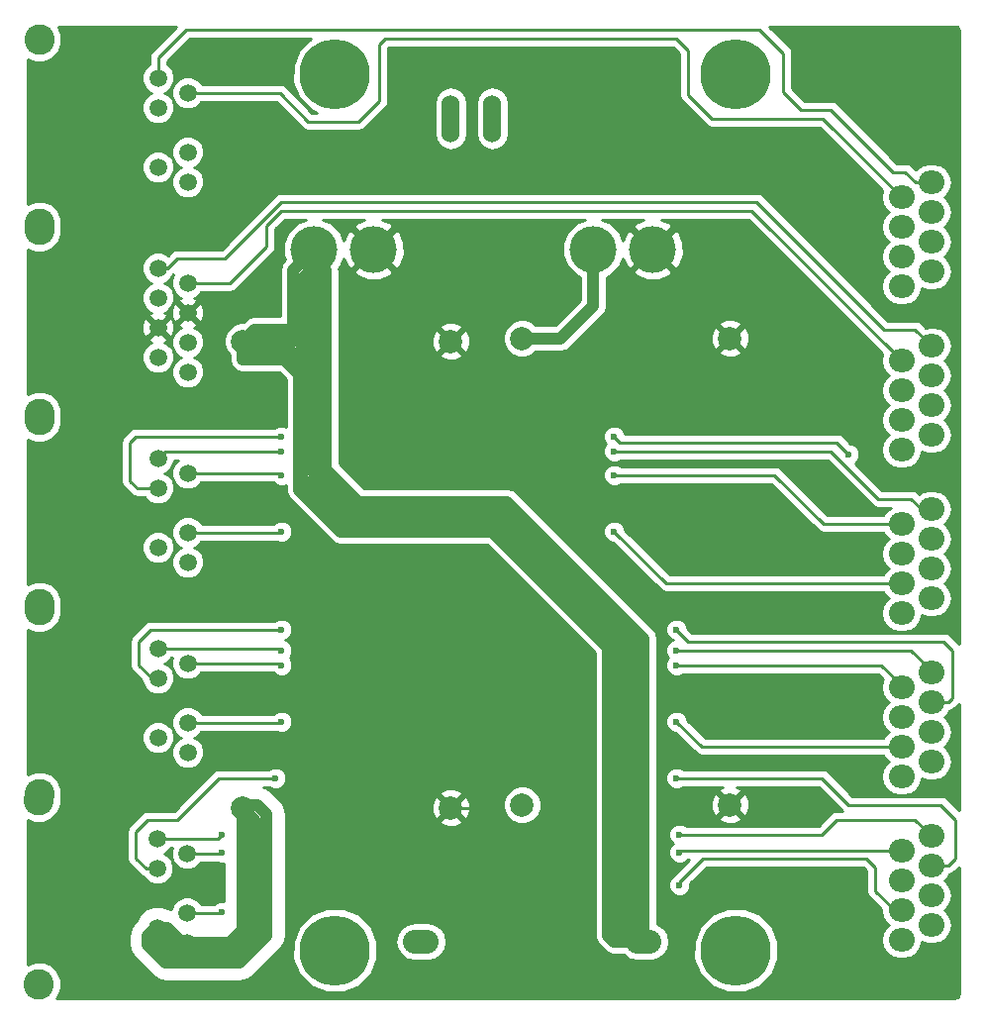
<source format=gtl>
G04 #@! TF.FileFunction,Copper,L1,Top,Signal*
%FSLAX46Y46*%
G04 Gerber Fmt 4.6, Leading zero omitted, Abs format (unit mm)*
G04 Created by KiCad (PCBNEW 4.0.7) date 10/13/19 14:19:05*
%MOMM*%
%LPD*%
G01*
G04 APERTURE LIST*
%ADD10C,0.100000*%
%ADD11C,1.500000*%
%ADD12C,2.600000*%
%ADD13C,6.000000*%
%ADD14C,2.000000*%
%ADD15O,3.048000X2.032000*%
%ADD16C,4.000000*%
%ADD17O,2.200000X2.000000*%
%ADD18O,1.524000X4.064000*%
%ADD19C,0.600000*%
%ADD20C,0.250000*%
%ADD21C,1.000000*%
%ADD22C,0.254000*%
G04 APERTURE END LIST*
D10*
D11*
X67640200Y-109550200D03*
X67640200Y-107010200D03*
X67640200Y-104470200D03*
X67640200Y-101930200D03*
X70180200Y-110820200D03*
X70180200Y-108280200D03*
X70180200Y-105740200D03*
X70180200Y-103200200D03*
D12*
X57480200Y-98628200D03*
X57480200Y-114376200D03*
D11*
X67640200Y-93294200D03*
X67640200Y-90754200D03*
X67640200Y-88214200D03*
X67640200Y-85674200D03*
X70180200Y-94564200D03*
X70180200Y-92024200D03*
X70180200Y-89484200D03*
X70180200Y-86944200D03*
D12*
X57480200Y-82372200D03*
X57480200Y-98120200D03*
D13*
X117068600Y-52806600D03*
D14*
X74904600Y-115544600D03*
X92684600Y-115544600D03*
X92684600Y-75666600D03*
X74904600Y-75666600D03*
D13*
X82778600Y-127736600D03*
D15*
X90144600Y-126974600D03*
X109194600Y-126974600D03*
D16*
X86080600Y-67792600D03*
X81000600Y-67792600D03*
D13*
X117068600Y-127736600D03*
X82778600Y-52806600D03*
D16*
X109956600Y-67792600D03*
X104876600Y-67792600D03*
D11*
X67589400Y-125806200D03*
X67589400Y-123266200D03*
X67589400Y-120726200D03*
X67589400Y-118186200D03*
X70129400Y-127076200D03*
X70129400Y-124536200D03*
X70129400Y-121996200D03*
X70129400Y-119456200D03*
D12*
X57429400Y-114884200D03*
X57429400Y-130632200D03*
D11*
X67640200Y-60782200D03*
X67640200Y-58242200D03*
X67640200Y-55702200D03*
X67640200Y-53162200D03*
X70180200Y-62052200D03*
X70180200Y-59512200D03*
X70180200Y-56972200D03*
X70180200Y-54432200D03*
D12*
X57480200Y-49860200D03*
X57480200Y-65608200D03*
D14*
X98780600Y-115290600D03*
X116560600Y-115290600D03*
X116560600Y-75412600D03*
X98780600Y-75412600D03*
D17*
X133781800Y-69697600D03*
X133781800Y-67157600D03*
X133781800Y-64617600D03*
X133781800Y-62077600D03*
X131241800Y-70967600D03*
X131241800Y-68427600D03*
X131241800Y-65887600D03*
X131241800Y-63347600D03*
X133781800Y-111607600D03*
X133781800Y-109067600D03*
X133781800Y-106527600D03*
X133781800Y-103987600D03*
X131241800Y-112877600D03*
X131241800Y-110337600D03*
X131241800Y-107797600D03*
X131241800Y-105257600D03*
X133781800Y-125577600D03*
X133781800Y-123037600D03*
X133781800Y-120497600D03*
X133781800Y-117957600D03*
X131241800Y-126847600D03*
X131241800Y-124307600D03*
X131241800Y-121767600D03*
X131241800Y-119227600D03*
X133781800Y-97637600D03*
X133781800Y-95097600D03*
X133781800Y-92557600D03*
X133781800Y-90017600D03*
X131241800Y-98907600D03*
X131241800Y-96367600D03*
X131241800Y-93827600D03*
X131241800Y-91287600D03*
X133781800Y-83667600D03*
X133781800Y-81127600D03*
X133781800Y-78587600D03*
X133781800Y-76047600D03*
X131241800Y-84937600D03*
X131241800Y-82397600D03*
X131241800Y-79857600D03*
X131241800Y-77317600D03*
D11*
X67640200Y-77038200D03*
X67640200Y-74498200D03*
X67640200Y-71958200D03*
X67640200Y-69418200D03*
X70180200Y-78308200D03*
X70180200Y-75768200D03*
X70180200Y-73228200D03*
X70180200Y-70688200D03*
D12*
X57480200Y-66116200D03*
X57480200Y-81864200D03*
D18*
X92684600Y-56616600D03*
X96240600Y-56616600D03*
D19*
X78206600Y-100304600D03*
X111988600Y-100304600D03*
X111988600Y-102082600D03*
X78206600Y-102082600D03*
X111988600Y-103352600D03*
X78206600Y-103352600D03*
X106654600Y-83794600D03*
X126720600Y-85318600D03*
X78206600Y-83794600D03*
X78206600Y-85064600D03*
X106654600Y-85064600D03*
X106654600Y-91922600D03*
X78206600Y-91922600D03*
X106654600Y-87096600D03*
X78206600Y-87096600D03*
X112242600Y-122148600D03*
X73126600Y-124434600D03*
X112242600Y-119354600D03*
X73126600Y-119354600D03*
X77698600Y-113004600D03*
X111988600Y-113004600D03*
X112242600Y-117830600D03*
X73126600Y-117830600D03*
X111988600Y-108178600D03*
X78206600Y-108178600D03*
X104368600Y-116560600D03*
D20*
X67640200Y-104470200D02*
X67132200Y-104470200D01*
X67132200Y-104470200D02*
X66014600Y-103352600D01*
X67030600Y-100304600D02*
X78206600Y-100304600D01*
X66014600Y-101320600D02*
X67030600Y-100304600D01*
X66014600Y-103352600D02*
X66014600Y-101320600D01*
X111988600Y-100304600D02*
X113004600Y-101320600D01*
X113004600Y-101320600D02*
X134848600Y-101320600D01*
X134848600Y-101320600D02*
X135610600Y-102082600D01*
X135610600Y-102082600D02*
X135610600Y-106146600D01*
X135610600Y-106146600D02*
X135229600Y-106527600D01*
X135229600Y-106527600D02*
X133781800Y-106527600D01*
X67640200Y-101930200D02*
X78054200Y-101930200D01*
X132054600Y-102082600D02*
X133781800Y-103809800D01*
X129768600Y-102082600D02*
X132054600Y-102082600D01*
X111988600Y-102082600D02*
X129768600Y-102082600D01*
X78054200Y-101930200D02*
X78206600Y-102082600D01*
X133781800Y-103809800D02*
X133781800Y-103987600D01*
X67716400Y-101854000D02*
X67640200Y-101930200D01*
X70180200Y-103200200D02*
X78054200Y-103200200D01*
X129514600Y-103352600D02*
X131241800Y-105079800D01*
X111988600Y-103352600D02*
X126720600Y-103352600D01*
X126720600Y-103352600D02*
X129514600Y-103352600D01*
X78054200Y-103200200D02*
X78206600Y-103352600D01*
X131241800Y-105079800D02*
X131241800Y-105257600D01*
X107162600Y-84302600D02*
X106654600Y-83794600D01*
X125450600Y-84302600D02*
X107162600Y-84302600D01*
X126720600Y-85318600D02*
X125704600Y-84302600D01*
X125704600Y-84302600D02*
X125450600Y-84302600D01*
X78206600Y-83794600D02*
X70332600Y-83794600D01*
X70332600Y-83794600D02*
X65760600Y-83794600D01*
X65760600Y-83794600D02*
X65252600Y-84302600D01*
X65252600Y-84302600D02*
X65252600Y-87604600D01*
X65252600Y-87604600D02*
X65862200Y-88214200D01*
X65862200Y-88214200D02*
X67640200Y-88214200D01*
X133781800Y-90017600D02*
X132943600Y-90017600D01*
X132943600Y-90017600D02*
X132054600Y-89128600D01*
X129260600Y-89128600D02*
X125450600Y-85318600D01*
X132054600Y-89128600D02*
X129260600Y-89128600D01*
X67640200Y-85674200D02*
X67691000Y-85674200D01*
X67691000Y-85674200D02*
X68300600Y-85064600D01*
X68300600Y-85064600D02*
X78206600Y-85064600D01*
X106654600Y-85064600D02*
X122402600Y-85064600D01*
X122402600Y-85064600D02*
X125196600Y-85064600D01*
X125196600Y-85064600D02*
X125450600Y-85318600D01*
X125450600Y-85318600D02*
X127736600Y-87604600D01*
X70180200Y-92024200D02*
X78105000Y-92024200D01*
X111099600Y-96367600D02*
X131241800Y-96367600D01*
X106654600Y-91922600D02*
X111099600Y-96367600D01*
X78105000Y-92024200D02*
X78206600Y-91922600D01*
X70180200Y-86944200D02*
X78054200Y-86944200D01*
X124561600Y-91287600D02*
X131241800Y-91287600D01*
X120370600Y-87096600D02*
X124561600Y-91287600D01*
X106654600Y-87096600D02*
X120370600Y-87096600D01*
X78054200Y-86944200D02*
X78206600Y-87096600D01*
X69316600Y-68554600D02*
X73380600Y-68554600D01*
X78206600Y-63728600D02*
X78714600Y-63728600D01*
X73380600Y-68554600D02*
X78206600Y-63728600D01*
X67640200Y-69418200D02*
X68453000Y-69418200D01*
X132384800Y-74650600D02*
X133781800Y-76047600D01*
X129768600Y-74650600D02*
X132384800Y-74650600D01*
X118846600Y-63728600D02*
X129768600Y-74650600D01*
X78714600Y-63728600D02*
X118846600Y-63728600D01*
X68453000Y-69418200D02*
X69316600Y-68554600D01*
X70104000Y-75438000D02*
X70104000Y-75501500D01*
X70180200Y-70688200D02*
X73787000Y-70688200D01*
X76936600Y-65760600D02*
X78206600Y-64490600D01*
X76936600Y-67538600D02*
X76936600Y-65760600D01*
X73787000Y-70688200D02*
X76936600Y-67538600D01*
X70180200Y-70688200D02*
X70231000Y-70688200D01*
X118414800Y-64490600D02*
X131241800Y-77317600D01*
X78206600Y-64490600D02*
X118414800Y-64490600D01*
X70167500Y-70675500D02*
X70904100Y-70675500D01*
X133781800Y-62077600D02*
X132435600Y-62077600D01*
X121132600Y-51028600D02*
X119100600Y-48996600D01*
X121132600Y-54330600D02*
X121132600Y-51028600D01*
X122656600Y-55854600D02*
X121132600Y-54330600D01*
X125196600Y-55854600D02*
X122656600Y-55854600D01*
X130530600Y-61188600D02*
X125196600Y-55854600D01*
X131546600Y-61188600D02*
X130530600Y-61188600D01*
X132435600Y-62077600D02*
X131546600Y-61188600D01*
X67640200Y-53162200D02*
X67640200Y-51435000D01*
X67640200Y-51435000D02*
X70078600Y-48996600D01*
X70078600Y-48996600D02*
X119100600Y-48996600D01*
X133781800Y-62077600D02*
X132689600Y-62077600D01*
X131241800Y-68427600D02*
X130911600Y-68427600D01*
X88366600Y-49758600D02*
X87096600Y-49758600D01*
X86588600Y-55092600D02*
X84810600Y-56870600D01*
X86588600Y-50266600D02*
X86588600Y-55092600D01*
X87096600Y-49758600D02*
X86588600Y-50266600D01*
X70180200Y-54432200D02*
X78054200Y-54432200D01*
X80492600Y-56870600D02*
X84810600Y-56870600D01*
X78054200Y-54432200D02*
X80492600Y-56870600D01*
X124510800Y-56616600D02*
X131241800Y-63347600D01*
X115036600Y-56616600D02*
X124510800Y-56616600D01*
X113004600Y-54584600D02*
X115036600Y-56616600D01*
X113004600Y-50774600D02*
X113004600Y-54584600D01*
X111988600Y-49758600D02*
X113004600Y-50774600D01*
X88112600Y-49758600D02*
X88366600Y-49758600D01*
X88366600Y-49758600D02*
X111988600Y-49758600D01*
X131241800Y-124307600D02*
X130657600Y-124307600D01*
X130657600Y-124307600D02*
X129006600Y-122656600D01*
X112242600Y-121894600D02*
X112242600Y-122148600D01*
X114274600Y-119862600D02*
X112242600Y-121894600D01*
X128244600Y-119862600D02*
X114274600Y-119862600D01*
X129006600Y-120624600D02*
X128244600Y-119862600D01*
X129006600Y-122656600D02*
X129006600Y-120624600D01*
X70129400Y-124536200D02*
X73025000Y-124536200D01*
X73025000Y-124536200D02*
X73126600Y-124434600D01*
X70129400Y-119456200D02*
X73025000Y-119456200D01*
X112369600Y-119227600D02*
X131241800Y-119227600D01*
X112242600Y-119354600D02*
X112369600Y-119227600D01*
X73025000Y-119456200D02*
X73126600Y-119354600D01*
X65760600Y-119608600D02*
X65760600Y-117576600D01*
X72872600Y-113004600D02*
X77698600Y-113004600D01*
X69316600Y-116560600D02*
X72872600Y-113004600D01*
X66776600Y-116560600D02*
X69316600Y-116560600D01*
X65760600Y-117576600D02*
X66776600Y-116560600D01*
X67589400Y-120726200D02*
X66624200Y-120726200D01*
X135229600Y-120497600D02*
X133781800Y-120497600D01*
X111988600Y-113004600D02*
X124434600Y-113004600D01*
X124434600Y-113004600D02*
X126720600Y-115290600D01*
X126720600Y-115290600D02*
X134594600Y-115290600D01*
X134594600Y-115290600D02*
X135864600Y-116560600D01*
X135864600Y-116560600D02*
X135864600Y-119862600D01*
X135864600Y-119862600D02*
X135229600Y-120497600D01*
X65760600Y-119862600D02*
X65760600Y-119608600D01*
X66624200Y-120726200D02*
X65760600Y-119862600D01*
X67589400Y-118186200D02*
X72771000Y-118186200D01*
X132384800Y-116560600D02*
X133781800Y-117957600D01*
X125704600Y-116560600D02*
X132384800Y-116560600D01*
X124434600Y-117830600D02*
X125704600Y-116560600D01*
X112242600Y-117830600D02*
X124434600Y-117830600D01*
X72771000Y-118186200D02*
X73126600Y-117830600D01*
D21*
X104876600Y-67792600D02*
X104876600Y-72618600D01*
X102082600Y-75412600D02*
X98780600Y-75412600D01*
X104876600Y-72618600D02*
X102082600Y-75412600D01*
D20*
X70180200Y-108280200D02*
X78105000Y-108280200D01*
X114147600Y-110337600D02*
X131241800Y-110337600D01*
X111988600Y-108178600D02*
X114147600Y-110337600D01*
X78105000Y-108280200D02*
X78206600Y-108178600D01*
X92684600Y-115544600D02*
X95224600Y-115544600D01*
X103860600Y-117068600D02*
X104368600Y-116560600D01*
X96748600Y-117068600D02*
X103860600Y-117068600D01*
X95224600Y-115544600D02*
X96748600Y-117068600D01*
D21*
X67589400Y-125806200D02*
X67437000Y-125806200D01*
X67437000Y-125806200D02*
X66776600Y-126466600D01*
X76174600Y-115290600D02*
X75158600Y-115290600D01*
X76936600Y-116052600D02*
X76174600Y-115290600D01*
X76936600Y-126466600D02*
X76936600Y-116052600D01*
X74650600Y-128752600D02*
X76936600Y-126466600D01*
X68300600Y-128752600D02*
X74650600Y-128752600D01*
X66776600Y-127228600D02*
X68300600Y-128752600D01*
X66776600Y-126466600D02*
X66776600Y-127228600D01*
X75158600Y-115290600D02*
X74904600Y-115544600D01*
X74904600Y-125958600D02*
X74904600Y-115544600D01*
X73787000Y-127076200D02*
X74904600Y-125958600D01*
X67589400Y-125806200D02*
X67589400Y-127025400D01*
X75920600Y-116560600D02*
X74904600Y-115544600D01*
X75920600Y-126212600D02*
X75920600Y-116560600D01*
X74142600Y-127990600D02*
X75920600Y-126212600D01*
X68554600Y-127990600D02*
X74142600Y-127990600D01*
X67589400Y-127025400D02*
X68554600Y-127990600D01*
X67589400Y-125806200D02*
X68402200Y-125806200D01*
X68402200Y-125806200D02*
X69672200Y-127076200D01*
X69672200Y-127076200D02*
X70129400Y-127076200D01*
X70129400Y-127076200D02*
X73787000Y-127076200D01*
X70129400Y-127076200D02*
X68859400Y-127076200D01*
X68859400Y-127076200D02*
X67589400Y-125806200D01*
X106146600Y-98018600D02*
X109194600Y-101066600D01*
X109194600Y-101066600D02*
X109194600Y-102336600D01*
X109194600Y-126974600D02*
X106654600Y-126974600D01*
X82016600Y-69570600D02*
X82016600Y-86588600D01*
X82016600Y-86588600D02*
X84810600Y-89382600D01*
X84810600Y-89382600D02*
X97510600Y-89382600D01*
X82016600Y-69570600D02*
X81000600Y-68554600D01*
X106146600Y-98018600D02*
X97510600Y-89382600D01*
X106146600Y-126466600D02*
X106146600Y-98018600D01*
X106654600Y-126974600D02*
X106146600Y-126466600D01*
X74904600Y-75666600D02*
X79222600Y-75666600D01*
X79984600Y-74904600D02*
X79984600Y-75412600D01*
X79222600Y-75666600D02*
X79984600Y-74904600D01*
X74904600Y-75666600D02*
X75920600Y-74650600D01*
X79222600Y-69570600D02*
X81000600Y-67792600D01*
X79222600Y-74396600D02*
X79222600Y-69570600D01*
X78968600Y-74650600D02*
X79222600Y-74396600D01*
X75920600Y-74650600D02*
X78968600Y-74650600D01*
X109194600Y-126974600D02*
X107924600Y-126974600D01*
X107924600Y-126974600D02*
X107162600Y-126212600D01*
X74904600Y-77190600D02*
X74904600Y-75666600D01*
X78460600Y-77190600D02*
X74904600Y-77190600D01*
X79730600Y-78460600D02*
X78460600Y-77190600D01*
X79730600Y-88366600D02*
X79730600Y-78460600D01*
X83286600Y-91922600D02*
X79730600Y-88366600D01*
X96240600Y-91922600D02*
X83286600Y-91922600D01*
X107162600Y-102844600D02*
X96240600Y-91922600D01*
X107162600Y-126212600D02*
X107162600Y-102844600D01*
X81000600Y-67792600D02*
X81000600Y-68554600D01*
X74904600Y-75666600D02*
X75666600Y-76428600D01*
X78968600Y-76428600D02*
X79984600Y-77444600D01*
X75666600Y-76428600D02*
X78968600Y-76428600D01*
X81000600Y-67792600D02*
X81000600Y-69316600D01*
X81000600Y-69316600D02*
X79984600Y-70332600D01*
X79984600Y-70332600D02*
X79984600Y-75412600D01*
X79984600Y-75412600D02*
X79984600Y-77444600D01*
X108178600Y-125958600D02*
X109194600Y-126974600D01*
X79984600Y-77444600D02*
X79984600Y-87350600D01*
X79984600Y-87350600D02*
X83794600Y-91160600D01*
X83794600Y-91160600D02*
X96748600Y-91160600D01*
X96748600Y-91160600D02*
X108178600Y-102590600D01*
X108178600Y-102590600D02*
X108178600Y-125958600D01*
X81000600Y-67792600D02*
X81000600Y-86969600D01*
X97129600Y-90271600D02*
X84302600Y-90271600D01*
X109194600Y-102336600D02*
X97129600Y-90271600D01*
X81000600Y-86969600D02*
X84302600Y-90271600D01*
X109194600Y-126974600D02*
X109194600Y-102336600D01*
D22*
G36*
X67102799Y-50897599D02*
X66938052Y-51144161D01*
X66880200Y-51435000D01*
X66880200Y-51977653D01*
X66856685Y-51987369D01*
X66466739Y-52376636D01*
X66255441Y-52885498D01*
X66254960Y-53436485D01*
X66465369Y-53945715D01*
X66854636Y-54335661D01*
X67087070Y-54432176D01*
X66856685Y-54527369D01*
X66466739Y-54916636D01*
X66255441Y-55425498D01*
X66254960Y-55976485D01*
X66465369Y-56485715D01*
X66854636Y-56875661D01*
X67363498Y-57086959D01*
X67914485Y-57087440D01*
X68423715Y-56877031D01*
X68813661Y-56487764D01*
X69024959Y-55978902D01*
X69025440Y-55427915D01*
X68815031Y-54918685D01*
X68425764Y-54528739D01*
X68193330Y-54432224D01*
X68423715Y-54337031D01*
X68813661Y-53947764D01*
X69024959Y-53438902D01*
X69025440Y-52887915D01*
X68815031Y-52378685D01*
X68425764Y-51988739D01*
X68400200Y-51978124D01*
X68400200Y-51749802D01*
X70393402Y-49756600D01*
X80688770Y-49756600D01*
X79698794Y-50744849D01*
X79144232Y-52080382D01*
X79142970Y-53526474D01*
X79695200Y-54862972D01*
X80716849Y-55886406D01*
X81256768Y-56110600D01*
X80807402Y-56110600D01*
X78591601Y-53894799D01*
X78345039Y-53730052D01*
X78054200Y-53672200D01*
X71364747Y-53672200D01*
X71355031Y-53648685D01*
X70965764Y-53258739D01*
X70456902Y-53047441D01*
X69905915Y-53046960D01*
X69396685Y-53257369D01*
X69006739Y-53646636D01*
X68795441Y-54155498D01*
X68794960Y-54706485D01*
X69005369Y-55215715D01*
X69394636Y-55605661D01*
X69903498Y-55816959D01*
X70454485Y-55817440D01*
X70963715Y-55607031D01*
X71353661Y-55217764D01*
X71364276Y-55192200D01*
X77739398Y-55192200D01*
X79955199Y-57408001D01*
X80201760Y-57572748D01*
X80492600Y-57630600D01*
X84810600Y-57630600D01*
X85101439Y-57572748D01*
X85348001Y-57408001D01*
X87126001Y-55630001D01*
X87290748Y-55383439D01*
X87308469Y-55294350D01*
X91287600Y-55294350D01*
X91287600Y-57938850D01*
X91393940Y-58473459D01*
X91696772Y-58926678D01*
X92149991Y-59229510D01*
X92684600Y-59335850D01*
X93219209Y-59229510D01*
X93672428Y-58926678D01*
X93975260Y-58473459D01*
X94081600Y-57938850D01*
X94081600Y-55294350D01*
X94843600Y-55294350D01*
X94843600Y-57938850D01*
X94949940Y-58473459D01*
X95252772Y-58926678D01*
X95705991Y-59229510D01*
X96240600Y-59335850D01*
X96775209Y-59229510D01*
X97228428Y-58926678D01*
X97531260Y-58473459D01*
X97637600Y-57938850D01*
X97637600Y-55294350D01*
X97531260Y-54759741D01*
X97228428Y-54306522D01*
X96775209Y-54003690D01*
X96240600Y-53897350D01*
X95705991Y-54003690D01*
X95252772Y-54306522D01*
X94949940Y-54759741D01*
X94843600Y-55294350D01*
X94081600Y-55294350D01*
X93975260Y-54759741D01*
X93672428Y-54306522D01*
X93219209Y-54003690D01*
X92684600Y-53897350D01*
X92149991Y-54003690D01*
X91696772Y-54306522D01*
X91393940Y-54759741D01*
X91287600Y-55294350D01*
X87308469Y-55294350D01*
X87348600Y-55092600D01*
X87348600Y-50581402D01*
X87411402Y-50518600D01*
X111673798Y-50518600D01*
X112244600Y-51089402D01*
X112244600Y-54584600D01*
X112302452Y-54875439D01*
X112467199Y-55122001D01*
X114499199Y-57154001D01*
X114745761Y-57318748D01*
X115036600Y-57376600D01*
X124195998Y-57376600D01*
X129587982Y-62768584D01*
X129472809Y-63347600D01*
X129597266Y-63973287D01*
X129951689Y-64503720D01*
X130122123Y-64617600D01*
X129951689Y-64731480D01*
X129597266Y-65261913D01*
X129472809Y-65887600D01*
X129597266Y-66513287D01*
X129951689Y-67043720D01*
X130122123Y-67157600D01*
X129951689Y-67271480D01*
X129597266Y-67801913D01*
X129472809Y-68427600D01*
X129597266Y-69053287D01*
X129951689Y-69583720D01*
X130122123Y-69697600D01*
X129951689Y-69811480D01*
X129597266Y-70341913D01*
X129472809Y-70967600D01*
X129597266Y-71593287D01*
X129951689Y-72123720D01*
X130482122Y-72478143D01*
X131107809Y-72602600D01*
X131375791Y-72602600D01*
X132001478Y-72478143D01*
X132531911Y-72123720D01*
X132886334Y-71593287D01*
X132969887Y-71173240D01*
X133022122Y-71208143D01*
X133647809Y-71332600D01*
X133915791Y-71332600D01*
X134541478Y-71208143D01*
X135071911Y-70853720D01*
X135426334Y-70323287D01*
X135550791Y-69697600D01*
X135426334Y-69071913D01*
X135071911Y-68541480D01*
X134901477Y-68427600D01*
X135071911Y-68313720D01*
X135426334Y-67783287D01*
X135550791Y-67157600D01*
X135426334Y-66531913D01*
X135071911Y-66001480D01*
X134901477Y-65887600D01*
X135071911Y-65773720D01*
X135426334Y-65243287D01*
X135550791Y-64617600D01*
X135426334Y-63991913D01*
X135071911Y-63461480D01*
X134901477Y-63347600D01*
X135071911Y-63233720D01*
X135426334Y-62703287D01*
X135550791Y-62077600D01*
X135426334Y-61451913D01*
X135071911Y-60921480D01*
X134541478Y-60567057D01*
X133915791Y-60442600D01*
X133647809Y-60442600D01*
X133022122Y-60567057D01*
X132491689Y-60921480D01*
X132436652Y-61003850D01*
X132084001Y-60651199D01*
X131837439Y-60486452D01*
X131546600Y-60428600D01*
X130845402Y-60428600D01*
X125734001Y-55317199D01*
X125487439Y-55152452D01*
X125196600Y-55094600D01*
X122971402Y-55094600D01*
X121892600Y-54015798D01*
X121892600Y-51028600D01*
X121834748Y-50737761D01*
X121670001Y-50491199D01*
X119945602Y-48766800D01*
X135743696Y-48766800D01*
X135957327Y-48809294D01*
X136052089Y-48872611D01*
X136115406Y-48967373D01*
X136145200Y-49117156D01*
X136145200Y-101542398D01*
X135386001Y-100783199D01*
X135139439Y-100618452D01*
X134848600Y-100560600D01*
X113319402Y-100560600D01*
X112923722Y-100164920D01*
X112923762Y-100119433D01*
X112781717Y-99775657D01*
X112518927Y-99512408D01*
X112175399Y-99369762D01*
X111803433Y-99369438D01*
X111459657Y-99511483D01*
X111196408Y-99774273D01*
X111053762Y-100117801D01*
X111053438Y-100489767D01*
X111195483Y-100833543D01*
X111458273Y-101096792D01*
X111691561Y-101193662D01*
X111459657Y-101289483D01*
X111196408Y-101552273D01*
X111053762Y-101895801D01*
X111053438Y-102267767D01*
X111195483Y-102611543D01*
X111301310Y-102717554D01*
X111196408Y-102822273D01*
X111053762Y-103165801D01*
X111053438Y-103537767D01*
X111195483Y-103881543D01*
X111458273Y-104144792D01*
X111801801Y-104287438D01*
X112173767Y-104287762D01*
X112517543Y-104145717D01*
X112550718Y-104112600D01*
X129199798Y-104112600D01*
X129646070Y-104558872D01*
X129597266Y-104631913D01*
X129472809Y-105257600D01*
X129597266Y-105883287D01*
X129951689Y-106413720D01*
X130122123Y-106527600D01*
X129951689Y-106641480D01*
X129597266Y-107171913D01*
X129472809Y-107797600D01*
X129597266Y-108423287D01*
X129951689Y-108953720D01*
X130122123Y-109067600D01*
X129951689Y-109181480D01*
X129687011Y-109577600D01*
X114462402Y-109577600D01*
X112923722Y-108038920D01*
X112923762Y-107993433D01*
X112781717Y-107649657D01*
X112518927Y-107386408D01*
X112175399Y-107243762D01*
X111803433Y-107243438D01*
X111459657Y-107385483D01*
X111196408Y-107648273D01*
X111053762Y-107991801D01*
X111053438Y-108363767D01*
X111195483Y-108707543D01*
X111458273Y-108970792D01*
X111801801Y-109113438D01*
X111848677Y-109113479D01*
X113610199Y-110875001D01*
X113856761Y-111039748D01*
X114147600Y-111097600D01*
X129687011Y-111097600D01*
X129951689Y-111493720D01*
X130122123Y-111607600D01*
X129951689Y-111721480D01*
X129597266Y-112251913D01*
X129472809Y-112877600D01*
X129597266Y-113503287D01*
X129951689Y-114033720D01*
X130482122Y-114388143D01*
X131107809Y-114512600D01*
X131375791Y-114512600D01*
X132001478Y-114388143D01*
X132531911Y-114033720D01*
X132886334Y-113503287D01*
X132969887Y-113083240D01*
X133022122Y-113118143D01*
X133647809Y-113242600D01*
X133915791Y-113242600D01*
X134541478Y-113118143D01*
X135071911Y-112763720D01*
X135426334Y-112233287D01*
X135550791Y-111607600D01*
X135426334Y-110981913D01*
X135071911Y-110451480D01*
X134901477Y-110337600D01*
X135071911Y-110223720D01*
X135426334Y-109693287D01*
X135550791Y-109067600D01*
X135426334Y-108441913D01*
X135071911Y-107911480D01*
X134901477Y-107797600D01*
X135071911Y-107683720D01*
X135352989Y-107263056D01*
X135520439Y-107229748D01*
X135767001Y-107065001D01*
X136145200Y-106686802D01*
X136145200Y-115766398D01*
X135132001Y-114753199D01*
X134885439Y-114588452D01*
X134594600Y-114530600D01*
X127035402Y-114530600D01*
X124972001Y-112467199D01*
X124725439Y-112302452D01*
X124434600Y-112244600D01*
X112551063Y-112244600D01*
X112518927Y-112212408D01*
X112175399Y-112069762D01*
X111803433Y-112069438D01*
X111459657Y-112211483D01*
X111196408Y-112474273D01*
X111053762Y-112817801D01*
X111053438Y-113189767D01*
X111195483Y-113533543D01*
X111458273Y-113796792D01*
X111801801Y-113939438D01*
X112173767Y-113939762D01*
X112517543Y-113797717D01*
X112550718Y-113764600D01*
X115943723Y-113764600D01*
X115686336Y-113871213D01*
X115587673Y-114138068D01*
X116560600Y-115110995D01*
X117533527Y-114138068D01*
X117434864Y-113871213D01*
X117147895Y-113764600D01*
X124119798Y-113764600D01*
X126155798Y-115800600D01*
X125704600Y-115800600D01*
X125413760Y-115858452D01*
X125167199Y-116023199D01*
X124119798Y-117070600D01*
X112805063Y-117070600D01*
X112772927Y-117038408D01*
X112429399Y-116895762D01*
X112057433Y-116895438D01*
X111713657Y-117037483D01*
X111450408Y-117300273D01*
X111307762Y-117643801D01*
X111307438Y-118015767D01*
X111449483Y-118359543D01*
X111682309Y-118592776D01*
X111450408Y-118824273D01*
X111307762Y-119167801D01*
X111307438Y-119539767D01*
X111449483Y-119883543D01*
X111712273Y-120146792D01*
X112055801Y-120289438D01*
X112427767Y-120289762D01*
X112771543Y-120147717D01*
X112931940Y-119987600D01*
X113074798Y-119987600D01*
X111705199Y-121357199D01*
X111691700Y-121377402D01*
X111450408Y-121618273D01*
X111307762Y-121961801D01*
X111307438Y-122333767D01*
X111449483Y-122677543D01*
X111712273Y-122940792D01*
X112055801Y-123083438D01*
X112427767Y-123083762D01*
X112771543Y-122941717D01*
X113034792Y-122678927D01*
X113177438Y-122335399D01*
X113177700Y-122034302D01*
X114589402Y-120622600D01*
X127929798Y-120622600D01*
X128246600Y-120939402D01*
X128246600Y-122656600D01*
X128304452Y-122947439D01*
X128469199Y-123194001D01*
X129491057Y-124215859D01*
X129472809Y-124307600D01*
X129597266Y-124933287D01*
X129951689Y-125463720D01*
X130122123Y-125577600D01*
X129951689Y-125691480D01*
X129597266Y-126221913D01*
X129472809Y-126847600D01*
X129597266Y-127473287D01*
X129951689Y-128003720D01*
X130482122Y-128358143D01*
X131107809Y-128482600D01*
X131375791Y-128482600D01*
X132001478Y-128358143D01*
X132531911Y-128003720D01*
X132886334Y-127473287D01*
X132969887Y-127053240D01*
X133022122Y-127088143D01*
X133647809Y-127212600D01*
X133915791Y-127212600D01*
X134541478Y-127088143D01*
X135071911Y-126733720D01*
X135426334Y-126203287D01*
X135550791Y-125577600D01*
X135426334Y-124951913D01*
X135071911Y-124421480D01*
X134901477Y-124307600D01*
X135071911Y-124193720D01*
X135426334Y-123663287D01*
X135550791Y-123037600D01*
X135426334Y-122411913D01*
X135071911Y-121881480D01*
X134901477Y-121767600D01*
X135071911Y-121653720D01*
X135352989Y-121233056D01*
X135520439Y-121199748D01*
X135767001Y-121035001D01*
X136145200Y-120656802D01*
X136145200Y-131476844D01*
X136115406Y-131626627D01*
X136052089Y-131721389D01*
X135957327Y-131784706D01*
X135743696Y-131827200D01*
X58971208Y-131827200D01*
X59068857Y-131729721D01*
X59364063Y-131018784D01*
X59364735Y-130248993D01*
X59070770Y-129537542D01*
X58526921Y-128992743D01*
X57815984Y-128697537D01*
X57046193Y-128696865D01*
X56463000Y-128937835D01*
X56463000Y-117576600D01*
X65000600Y-117576600D01*
X65000600Y-119862600D01*
X65058452Y-120153439D01*
X65223199Y-120400001D01*
X66086799Y-121263601D01*
X66333361Y-121428348D01*
X66385210Y-121438662D01*
X66414569Y-121509715D01*
X66803836Y-121899661D01*
X67312698Y-122110959D01*
X67863685Y-122111440D01*
X68372915Y-121901031D01*
X68762861Y-121511764D01*
X68974159Y-121002902D01*
X68974640Y-120451915D01*
X68764231Y-119942685D01*
X68374964Y-119552739D01*
X68142530Y-119456224D01*
X68372915Y-119361031D01*
X68762861Y-118971764D01*
X68773476Y-118946200D01*
X68841515Y-118946200D01*
X68744641Y-119179498D01*
X68744160Y-119730485D01*
X68954569Y-120239715D01*
X69343836Y-120629661D01*
X69852698Y-120840959D01*
X70403685Y-120841440D01*
X70912915Y-120631031D01*
X71302861Y-120241764D01*
X71313476Y-120216200D01*
X72763425Y-120216200D01*
X72939801Y-120289438D01*
X73277600Y-120289732D01*
X73277600Y-123499731D01*
X72941433Y-123499438D01*
X72597657Y-123641483D01*
X72462705Y-123776200D01*
X71313947Y-123776200D01*
X71304231Y-123752685D01*
X70914964Y-123362739D01*
X70406102Y-123151441D01*
X69855115Y-123150960D01*
X69345885Y-123361369D01*
X68955939Y-123750636D01*
X68749314Y-124248245D01*
X68670723Y-124232613D01*
X68654024Y-124215884D01*
X67964396Y-123929526D01*
X67217680Y-123928875D01*
X66527554Y-124214029D01*
X65999084Y-124741576D01*
X65855920Y-125086355D01*
X65626137Y-125316137D01*
X65273448Y-125843974D01*
X65149600Y-126466600D01*
X65149600Y-127228600D01*
X65273448Y-127851226D01*
X65626137Y-128379063D01*
X67150135Y-129903060D01*
X67150137Y-129903063D01*
X67677974Y-130255752D01*
X68300600Y-130379600D01*
X74650600Y-130379600D01*
X75273226Y-130255752D01*
X75801063Y-129903063D01*
X77247652Y-128456474D01*
X79142970Y-128456474D01*
X79695200Y-129792972D01*
X80716849Y-130816406D01*
X82052382Y-131370968D01*
X83498474Y-131372230D01*
X84834972Y-130820000D01*
X85858406Y-129798351D01*
X86412968Y-128462818D01*
X86414230Y-127016726D01*
X86396824Y-126974600D01*
X87943303Y-126974600D01*
X88068978Y-127606410D01*
X88426870Y-128142033D01*
X88962493Y-128499925D01*
X89594303Y-128625600D01*
X90694897Y-128625600D01*
X91326707Y-128499925D01*
X91862330Y-128142033D01*
X92220222Y-127606410D01*
X92345897Y-126974600D01*
X92220222Y-126342790D01*
X91862330Y-125807167D01*
X91326707Y-125449275D01*
X90694897Y-125323600D01*
X89594303Y-125323600D01*
X88962493Y-125449275D01*
X88426870Y-125807167D01*
X88068978Y-126342790D01*
X87943303Y-126974600D01*
X86396824Y-126974600D01*
X85862000Y-125680228D01*
X84840351Y-124656794D01*
X83504818Y-124102232D01*
X82058726Y-124100970D01*
X80722228Y-124653200D01*
X79698794Y-125674849D01*
X79144232Y-127010382D01*
X79142970Y-128456474D01*
X77247652Y-128456474D01*
X78087063Y-127617063D01*
X78439752Y-127089226D01*
X78563600Y-126466600D01*
X78563600Y-116697132D01*
X91711673Y-116697132D01*
X91810336Y-116963987D01*
X92420061Y-117190508D01*
X93070060Y-117166456D01*
X93558864Y-116963987D01*
X93657527Y-116697132D01*
X92684600Y-115724205D01*
X91711673Y-116697132D01*
X78563600Y-116697132D01*
X78563600Y-116052605D01*
X78563601Y-116052600D01*
X78439752Y-115429974D01*
X78339584Y-115280061D01*
X91038692Y-115280061D01*
X91062744Y-115930060D01*
X91265213Y-116418864D01*
X91532068Y-116517527D01*
X92504995Y-115544600D01*
X92864205Y-115544600D01*
X93837132Y-116517527D01*
X94103987Y-116418864D01*
X94330508Y-115809139D01*
X94323302Y-115614395D01*
X97145316Y-115614395D01*
X97393706Y-116215543D01*
X97853237Y-116675878D01*
X98453952Y-116925316D01*
X99104395Y-116925884D01*
X99705543Y-116677494D01*
X100165878Y-116217963D01*
X100415316Y-115617248D01*
X100415884Y-114966805D01*
X100167494Y-114365657D01*
X99707963Y-113905322D01*
X99107248Y-113655884D01*
X98456805Y-113655316D01*
X97855657Y-113903706D01*
X97395322Y-114363237D01*
X97145884Y-114963952D01*
X97145316Y-115614395D01*
X94323302Y-115614395D01*
X94306456Y-115159140D01*
X94103987Y-114670336D01*
X93837132Y-114571673D01*
X92864205Y-115544600D01*
X92504995Y-115544600D01*
X91532068Y-114571673D01*
X91265213Y-114670336D01*
X91038692Y-115280061D01*
X78339584Y-115280061D01*
X78087063Y-114902137D01*
X77576994Y-114392068D01*
X91711673Y-114392068D01*
X92684600Y-115364995D01*
X93657527Y-114392068D01*
X93558864Y-114125213D01*
X92949139Y-113898692D01*
X92299140Y-113922744D01*
X91810336Y-114125213D01*
X91711673Y-114392068D01*
X77576994Y-114392068D01*
X77325063Y-114140137D01*
X76797226Y-113787448D01*
X76682361Y-113764600D01*
X77136137Y-113764600D01*
X77168273Y-113796792D01*
X77511801Y-113939438D01*
X77883767Y-113939762D01*
X78227543Y-113797717D01*
X78490792Y-113534927D01*
X78633438Y-113191399D01*
X78633762Y-112819433D01*
X78491717Y-112475657D01*
X78228927Y-112212408D01*
X77885399Y-112069762D01*
X77513433Y-112069438D01*
X77169657Y-112211483D01*
X77136482Y-112244600D01*
X72872600Y-112244600D01*
X72630014Y-112292854D01*
X72581760Y-112302452D01*
X72335199Y-112467199D01*
X69001798Y-115800600D01*
X66776600Y-115800600D01*
X66485761Y-115858452D01*
X66239199Y-116023199D01*
X65223199Y-117039199D01*
X65058452Y-117285761D01*
X65000600Y-117576600D01*
X56463000Y-117576600D01*
X56463000Y-116578103D01*
X57042816Y-116818863D01*
X57812607Y-116819535D01*
X58524058Y-116525570D01*
X59068857Y-115981721D01*
X59364063Y-115270784D01*
X59364400Y-114884312D01*
X59414863Y-114762784D01*
X59415535Y-113992993D01*
X59121570Y-113281542D01*
X58577721Y-112736743D01*
X57866784Y-112441537D01*
X57096993Y-112440865D01*
X56463000Y-112702825D01*
X56463000Y-109824485D01*
X66254960Y-109824485D01*
X66465369Y-110333715D01*
X66854636Y-110723661D01*
X67363498Y-110934959D01*
X67914485Y-110935440D01*
X68423715Y-110725031D01*
X68813661Y-110335764D01*
X69024959Y-109826902D01*
X69025440Y-109275915D01*
X68815031Y-108766685D01*
X68603201Y-108554485D01*
X68794960Y-108554485D01*
X69005369Y-109063715D01*
X69394636Y-109453661D01*
X69627070Y-109550176D01*
X69396685Y-109645369D01*
X69006739Y-110034636D01*
X68795441Y-110543498D01*
X68794960Y-111094485D01*
X69005369Y-111603715D01*
X69394636Y-111993661D01*
X69903498Y-112204959D01*
X70454485Y-112205440D01*
X70963715Y-111995031D01*
X71353661Y-111605764D01*
X71564959Y-111096902D01*
X71565440Y-110545915D01*
X71355031Y-110036685D01*
X70965764Y-109646739D01*
X70733330Y-109550224D01*
X70963715Y-109455031D01*
X71353661Y-109065764D01*
X71364276Y-109040200D01*
X77843425Y-109040200D01*
X78019801Y-109113438D01*
X78391767Y-109113762D01*
X78735543Y-108971717D01*
X78998792Y-108708927D01*
X79141438Y-108365399D01*
X79141762Y-107993433D01*
X78999717Y-107649657D01*
X78736927Y-107386408D01*
X78393399Y-107243762D01*
X78021433Y-107243438D01*
X77677657Y-107385483D01*
X77542705Y-107520200D01*
X71364747Y-107520200D01*
X71355031Y-107496685D01*
X70965764Y-107106739D01*
X70456902Y-106895441D01*
X69905915Y-106894960D01*
X69396685Y-107105369D01*
X69006739Y-107494636D01*
X68795441Y-108003498D01*
X68794960Y-108554485D01*
X68603201Y-108554485D01*
X68425764Y-108376739D01*
X67916902Y-108165441D01*
X67365915Y-108164960D01*
X66856685Y-108375369D01*
X66466739Y-108764636D01*
X66255441Y-109273498D01*
X66254960Y-109824485D01*
X56463000Y-109824485D01*
X56463000Y-101320600D01*
X65254600Y-101320600D01*
X65254600Y-103352600D01*
X65312452Y-103643439D01*
X65477199Y-103890001D01*
X66255027Y-104667829D01*
X66254960Y-104744485D01*
X66465369Y-105253715D01*
X66854636Y-105643661D01*
X67363498Y-105854959D01*
X67914485Y-105855440D01*
X68423715Y-105645031D01*
X68813661Y-105255764D01*
X69024959Y-104746902D01*
X69025440Y-104195915D01*
X68815031Y-103686685D01*
X68425764Y-103296739D01*
X68193330Y-103200224D01*
X68423715Y-103105031D01*
X68813661Y-102715764D01*
X68824276Y-102690200D01*
X68892315Y-102690200D01*
X68795441Y-102923498D01*
X68794960Y-103474485D01*
X69005369Y-103983715D01*
X69394636Y-104373661D01*
X69903498Y-104584959D01*
X70454485Y-104585440D01*
X70963715Y-104375031D01*
X71353661Y-103985764D01*
X71364276Y-103960200D01*
X77492003Y-103960200D01*
X77676273Y-104144792D01*
X78019801Y-104287438D01*
X78391767Y-104287762D01*
X78735543Y-104145717D01*
X78998792Y-103882927D01*
X79141438Y-103539399D01*
X79141762Y-103167433D01*
X78999717Y-102823657D01*
X78893890Y-102717646D01*
X78998792Y-102612927D01*
X79141438Y-102269399D01*
X79141762Y-101897433D01*
X78999717Y-101553657D01*
X78736927Y-101290408D01*
X78503639Y-101193538D01*
X78735543Y-101097717D01*
X78998792Y-100834927D01*
X79141438Y-100491399D01*
X79141762Y-100119433D01*
X78999717Y-99775657D01*
X78736927Y-99512408D01*
X78393399Y-99369762D01*
X78021433Y-99369438D01*
X77677657Y-99511483D01*
X77644482Y-99544600D01*
X67030600Y-99544600D01*
X66739761Y-99602452D01*
X66493199Y-99767199D01*
X65477199Y-100783199D01*
X65312452Y-101029761D01*
X65254600Y-101320600D01*
X56463000Y-101320600D01*
X56463000Y-100301009D01*
X57093616Y-100562863D01*
X57863407Y-100563535D01*
X58574858Y-100269570D01*
X59119657Y-99725721D01*
X59414863Y-99014784D01*
X59415535Y-98244993D01*
X59415092Y-98243922D01*
X59415535Y-97736993D01*
X59121570Y-97025542D01*
X58577721Y-96480743D01*
X57866784Y-96185537D01*
X57096993Y-96184865D01*
X56463000Y-96446825D01*
X56463000Y-93568485D01*
X66254960Y-93568485D01*
X66465369Y-94077715D01*
X66854636Y-94467661D01*
X67363498Y-94678959D01*
X67914485Y-94679440D01*
X68423715Y-94469031D01*
X68813661Y-94079764D01*
X69024959Y-93570902D01*
X69025440Y-93019915D01*
X68815031Y-92510685D01*
X68603201Y-92298485D01*
X68794960Y-92298485D01*
X69005369Y-92807715D01*
X69394636Y-93197661D01*
X69627070Y-93294176D01*
X69396685Y-93389369D01*
X69006739Y-93778636D01*
X68795441Y-94287498D01*
X68794960Y-94838485D01*
X69005369Y-95347715D01*
X69394636Y-95737661D01*
X69903498Y-95948959D01*
X70454485Y-95949440D01*
X70963715Y-95739031D01*
X71353661Y-95349764D01*
X71564959Y-94840902D01*
X71565440Y-94289915D01*
X71355031Y-93780685D01*
X70965764Y-93390739D01*
X70733330Y-93294224D01*
X70963715Y-93199031D01*
X71353661Y-92809764D01*
X71364276Y-92784200D01*
X77843425Y-92784200D01*
X78019801Y-92857438D01*
X78391767Y-92857762D01*
X78735543Y-92715717D01*
X78998792Y-92452927D01*
X79141438Y-92109399D01*
X79141762Y-91737433D01*
X78999717Y-91393657D01*
X78736927Y-91130408D01*
X78393399Y-90987762D01*
X78021433Y-90987438D01*
X77677657Y-91129483D01*
X77542705Y-91264200D01*
X71364747Y-91264200D01*
X71355031Y-91240685D01*
X70965764Y-90850739D01*
X70456902Y-90639441D01*
X69905915Y-90638960D01*
X69396685Y-90849369D01*
X69006739Y-91238636D01*
X68795441Y-91747498D01*
X68794960Y-92298485D01*
X68603201Y-92298485D01*
X68425764Y-92120739D01*
X67916902Y-91909441D01*
X67365915Y-91908960D01*
X66856685Y-92119369D01*
X66466739Y-92508636D01*
X66255441Y-93017498D01*
X66254960Y-93568485D01*
X56463000Y-93568485D01*
X56463000Y-84045009D01*
X57093616Y-84306863D01*
X57863407Y-84307535D01*
X57875350Y-84302600D01*
X64492600Y-84302600D01*
X64492600Y-87604600D01*
X64550452Y-87895439D01*
X64715199Y-88142001D01*
X65324799Y-88751601D01*
X65571361Y-88916348D01*
X65862200Y-88974200D01*
X66455653Y-88974200D01*
X66465369Y-88997715D01*
X66854636Y-89387661D01*
X67363498Y-89598959D01*
X67914485Y-89599440D01*
X68423715Y-89389031D01*
X68813661Y-88999764D01*
X69024959Y-88490902D01*
X69025440Y-87939915D01*
X68815031Y-87430685D01*
X68425764Y-87040739D01*
X68193330Y-86944224D01*
X68423715Y-86849031D01*
X68813661Y-86459764D01*
X69024959Y-85950902D01*
X69025069Y-85824600D01*
X69341358Y-85824600D01*
X69006739Y-86158636D01*
X68795441Y-86667498D01*
X68794960Y-87218485D01*
X69005369Y-87727715D01*
X69394636Y-88117661D01*
X69903498Y-88328959D01*
X70454485Y-88329440D01*
X70963715Y-88119031D01*
X71353661Y-87729764D01*
X71364276Y-87704200D01*
X77492003Y-87704200D01*
X77676273Y-87888792D01*
X78019801Y-88031438D01*
X78391767Y-88031762D01*
X78595600Y-87947540D01*
X78595600Y-88366600D01*
X78681997Y-88800946D01*
X78780426Y-88948255D01*
X78928034Y-89169166D01*
X82484034Y-92725166D01*
X82852254Y-92971203D01*
X83286600Y-93057600D01*
X95770468Y-93057600D01*
X105011600Y-102298733D01*
X105011600Y-126466600D01*
X105097997Y-126900946D01*
X105248106Y-127125600D01*
X105344034Y-127269166D01*
X105852033Y-127777166D01*
X106140259Y-127969752D01*
X106220254Y-128023203D01*
X106654600Y-128109600D01*
X107455199Y-128109600D01*
X107476870Y-128142033D01*
X108012493Y-128499925D01*
X108644303Y-128625600D01*
X109744897Y-128625600D01*
X110376707Y-128499925D01*
X110441735Y-128456474D01*
X113432970Y-128456474D01*
X113985200Y-129792972D01*
X115006849Y-130816406D01*
X116342382Y-131370968D01*
X117788474Y-131372230D01*
X119124972Y-130820000D01*
X120148406Y-129798351D01*
X120702968Y-128462818D01*
X120704230Y-127016726D01*
X120152000Y-125680228D01*
X119130351Y-124656794D01*
X117794818Y-124102232D01*
X116348726Y-124100970D01*
X115012228Y-124653200D01*
X113988794Y-125674849D01*
X113434232Y-127010382D01*
X113432970Y-128456474D01*
X110441735Y-128456474D01*
X110912330Y-128142033D01*
X111270222Y-127606410D01*
X111395897Y-126974600D01*
X111270222Y-126342790D01*
X110912330Y-125807167D01*
X110376707Y-125449275D01*
X110329600Y-125439905D01*
X110329600Y-116443132D01*
X115587673Y-116443132D01*
X115686336Y-116709987D01*
X116296061Y-116936508D01*
X116946060Y-116912456D01*
X117434864Y-116709987D01*
X117533527Y-116443132D01*
X116560600Y-115470205D01*
X115587673Y-116443132D01*
X110329600Y-116443132D01*
X110329600Y-115026061D01*
X114914692Y-115026061D01*
X114938744Y-115676060D01*
X115141213Y-116164864D01*
X115408068Y-116263527D01*
X116380995Y-115290600D01*
X116740205Y-115290600D01*
X117713132Y-116263527D01*
X117979987Y-116164864D01*
X118206508Y-115555139D01*
X118182456Y-114905140D01*
X117979987Y-114416336D01*
X117713132Y-114317673D01*
X116740205Y-115290600D01*
X116380995Y-115290600D01*
X115408068Y-114317673D01*
X115141213Y-114416336D01*
X114914692Y-115026061D01*
X110329600Y-115026061D01*
X110329600Y-101066600D01*
X110243203Y-100632254D01*
X109997166Y-100264034D01*
X98313166Y-88580034D01*
X98203948Y-88507057D01*
X97944946Y-88333997D01*
X97510600Y-88247600D01*
X85280732Y-88247600D01*
X83151600Y-86118468D01*
X83151600Y-83979767D01*
X105719438Y-83979767D01*
X105861483Y-84323543D01*
X105967310Y-84429554D01*
X105862408Y-84534273D01*
X105719762Y-84877801D01*
X105719438Y-85249767D01*
X105861483Y-85593543D01*
X106124273Y-85856792D01*
X106467801Y-85999438D01*
X106839767Y-85999762D01*
X107183543Y-85857717D01*
X107216718Y-85824600D01*
X124881798Y-85824600D01*
X128723199Y-89666001D01*
X128969761Y-89830748D01*
X129260600Y-89888600D01*
X130315186Y-89888600D01*
X129951689Y-90131480D01*
X129687011Y-90527600D01*
X124876402Y-90527600D01*
X120908001Y-86559199D01*
X120661439Y-86394452D01*
X120370600Y-86336600D01*
X107217063Y-86336600D01*
X107184927Y-86304408D01*
X106841399Y-86161762D01*
X106469433Y-86161438D01*
X106125657Y-86303483D01*
X105862408Y-86566273D01*
X105719762Y-86909801D01*
X105719438Y-87281767D01*
X105861483Y-87625543D01*
X106124273Y-87888792D01*
X106467801Y-88031438D01*
X106839767Y-88031762D01*
X107183543Y-87889717D01*
X107216718Y-87856600D01*
X120055798Y-87856600D01*
X124024199Y-91825001D01*
X124270761Y-91989748D01*
X124561600Y-92047600D01*
X129687011Y-92047600D01*
X129951689Y-92443720D01*
X130122123Y-92557600D01*
X129951689Y-92671480D01*
X129597266Y-93201913D01*
X129472809Y-93827600D01*
X129597266Y-94453287D01*
X129951689Y-94983720D01*
X130122123Y-95097600D01*
X129951689Y-95211480D01*
X129687011Y-95607600D01*
X111414402Y-95607600D01*
X107589722Y-91782920D01*
X107589762Y-91737433D01*
X107447717Y-91393657D01*
X107184927Y-91130408D01*
X106841399Y-90987762D01*
X106469433Y-90987438D01*
X106125657Y-91129483D01*
X105862408Y-91392273D01*
X105719762Y-91735801D01*
X105719438Y-92107767D01*
X105861483Y-92451543D01*
X106124273Y-92714792D01*
X106467801Y-92857438D01*
X106514677Y-92857479D01*
X110562199Y-96905001D01*
X110808760Y-97069748D01*
X111099600Y-97127600D01*
X129687011Y-97127600D01*
X129951689Y-97523720D01*
X130122123Y-97637600D01*
X129951689Y-97751480D01*
X129597266Y-98281913D01*
X129472809Y-98907600D01*
X129597266Y-99533287D01*
X129951689Y-100063720D01*
X130482122Y-100418143D01*
X131107809Y-100542600D01*
X131375791Y-100542600D01*
X132001478Y-100418143D01*
X132531911Y-100063720D01*
X132886334Y-99533287D01*
X132969887Y-99113240D01*
X133022122Y-99148143D01*
X133647809Y-99272600D01*
X133915791Y-99272600D01*
X134541478Y-99148143D01*
X135071911Y-98793720D01*
X135426334Y-98263287D01*
X135550791Y-97637600D01*
X135426334Y-97011913D01*
X135071911Y-96481480D01*
X134901477Y-96367600D01*
X135071911Y-96253720D01*
X135426334Y-95723287D01*
X135550791Y-95097600D01*
X135426334Y-94471913D01*
X135071911Y-93941480D01*
X134901477Y-93827600D01*
X135071911Y-93713720D01*
X135426334Y-93183287D01*
X135550791Y-92557600D01*
X135426334Y-91931913D01*
X135071911Y-91401480D01*
X134901477Y-91287600D01*
X135071911Y-91173720D01*
X135426334Y-90643287D01*
X135550791Y-90017600D01*
X135426334Y-89391913D01*
X135071911Y-88861480D01*
X134541478Y-88507057D01*
X133915791Y-88382600D01*
X133647809Y-88382600D01*
X133022122Y-88507057D01*
X132713844Y-88713042D01*
X132592001Y-88591199D01*
X132345439Y-88426452D01*
X132054600Y-88368600D01*
X129575402Y-88368600D01*
X127284061Y-86077259D01*
X127512792Y-85848927D01*
X127655438Y-85505399D01*
X127655762Y-85133433D01*
X127513717Y-84789657D01*
X127250927Y-84526408D01*
X126907399Y-84383762D01*
X126860523Y-84383721D01*
X126242001Y-83765199D01*
X125995439Y-83600452D01*
X125704600Y-83542600D01*
X107562147Y-83542600D01*
X107447717Y-83265657D01*
X107184927Y-83002408D01*
X106841399Y-82859762D01*
X106469433Y-82859438D01*
X106125657Y-83001483D01*
X105862408Y-83264273D01*
X105719762Y-83607801D01*
X105719438Y-83979767D01*
X83151600Y-83979767D01*
X83151600Y-76819132D01*
X91711673Y-76819132D01*
X91810336Y-77085987D01*
X92420061Y-77312508D01*
X93070060Y-77288456D01*
X93558864Y-77085987D01*
X93657527Y-76819132D01*
X92684600Y-75846205D01*
X91711673Y-76819132D01*
X83151600Y-76819132D01*
X83151600Y-75402061D01*
X91038692Y-75402061D01*
X91062744Y-76052060D01*
X91265213Y-76540864D01*
X91532068Y-76639527D01*
X92504995Y-75666600D01*
X92864205Y-75666600D01*
X93837132Y-76639527D01*
X94103987Y-76540864D01*
X94330508Y-75931139D01*
X94306456Y-75281140D01*
X94103987Y-74792336D01*
X93837132Y-74693673D01*
X92864205Y-75666600D01*
X92504995Y-75666600D01*
X91532068Y-74693673D01*
X91265213Y-74792336D01*
X91038692Y-75402061D01*
X83151600Y-75402061D01*
X83151600Y-74514068D01*
X91711673Y-74514068D01*
X92684600Y-75486995D01*
X93657527Y-74514068D01*
X93558864Y-74247213D01*
X92949139Y-74020692D01*
X92299140Y-74044744D01*
X91810336Y-74247213D01*
X91711673Y-74514068D01*
X83151600Y-74514068D01*
X83151600Y-69667622D01*
X84385184Y-69667622D01*
X84605953Y-70038343D01*
X85577612Y-70431719D01*
X86625847Y-70423313D01*
X87555247Y-70038343D01*
X87776016Y-69667622D01*
X86080600Y-67972205D01*
X84385184Y-69667622D01*
X83151600Y-69667622D01*
X83151600Y-69570600D01*
X83118069Y-69402029D01*
X83233142Y-69287157D01*
X83538499Y-68551775D01*
X83834857Y-69267247D01*
X84205578Y-69488016D01*
X85900995Y-67792600D01*
X86260205Y-67792600D01*
X87955622Y-69488016D01*
X88326343Y-69267247D01*
X88719719Y-68295588D01*
X88711313Y-67247353D01*
X88326343Y-66317953D01*
X87955622Y-66097184D01*
X86260205Y-67792600D01*
X85900995Y-67792600D01*
X84205578Y-66097184D01*
X83834857Y-66317953D01*
X83541631Y-67042237D01*
X83235747Y-66301942D01*
X82495157Y-65560058D01*
X81749899Y-65250600D01*
X85321181Y-65250600D01*
X84605953Y-65546857D01*
X84385184Y-65917578D01*
X86080600Y-67612995D01*
X87776016Y-65917578D01*
X87555247Y-65546857D01*
X86823477Y-65250600D01*
X104128583Y-65250600D01*
X103385942Y-65557453D01*
X102644058Y-66298043D01*
X102242058Y-67266167D01*
X102241143Y-68314434D01*
X102641453Y-69283258D01*
X103382043Y-70025142D01*
X103741600Y-70174443D01*
X103741600Y-72148468D01*
X101612468Y-74277600D01*
X99957804Y-74277600D01*
X99707963Y-74027322D01*
X99107248Y-73777884D01*
X98456805Y-73777316D01*
X97855657Y-74025706D01*
X97395322Y-74485237D01*
X97145884Y-75085952D01*
X97145316Y-75736395D01*
X97393706Y-76337543D01*
X97853237Y-76797878D01*
X98453952Y-77047316D01*
X99104395Y-77047884D01*
X99705543Y-76799494D01*
X99940315Y-76565132D01*
X115587673Y-76565132D01*
X115686336Y-76831987D01*
X116296061Y-77058508D01*
X116946060Y-77034456D01*
X117434864Y-76831987D01*
X117533527Y-76565132D01*
X116560600Y-75592205D01*
X115587673Y-76565132D01*
X99940315Y-76565132D01*
X99957878Y-76547600D01*
X102082600Y-76547600D01*
X102516946Y-76461203D01*
X102885166Y-76215166D01*
X103952271Y-75148061D01*
X114914692Y-75148061D01*
X114938744Y-75798060D01*
X115141213Y-76286864D01*
X115408068Y-76385527D01*
X116380995Y-75412600D01*
X116740205Y-75412600D01*
X117713132Y-76385527D01*
X117979987Y-76286864D01*
X118206508Y-75677139D01*
X118182456Y-75027140D01*
X117979987Y-74538336D01*
X117713132Y-74439673D01*
X116740205Y-75412600D01*
X116380995Y-75412600D01*
X115408068Y-74439673D01*
X115141213Y-74538336D01*
X114914692Y-75148061D01*
X103952271Y-75148061D01*
X104840264Y-74260068D01*
X115587673Y-74260068D01*
X116560600Y-75232995D01*
X117533527Y-74260068D01*
X117434864Y-73993213D01*
X116825139Y-73766692D01*
X116175140Y-73790744D01*
X115686336Y-73993213D01*
X115587673Y-74260068D01*
X104840264Y-74260068D01*
X105679166Y-73421166D01*
X105925204Y-73052945D01*
X106011600Y-72618600D01*
X106011600Y-70174702D01*
X106367258Y-70027747D01*
X106728012Y-69667622D01*
X108261184Y-69667622D01*
X108481953Y-70038343D01*
X109453612Y-70431719D01*
X110501847Y-70423313D01*
X111431247Y-70038343D01*
X111652016Y-69667622D01*
X109956600Y-67972205D01*
X108261184Y-69667622D01*
X106728012Y-69667622D01*
X107109142Y-69287157D01*
X107414499Y-68551775D01*
X107710857Y-69267247D01*
X108081578Y-69488016D01*
X109776995Y-67792600D01*
X110136205Y-67792600D01*
X111831622Y-69488016D01*
X112202343Y-69267247D01*
X112595719Y-68295588D01*
X112587313Y-67247353D01*
X112202343Y-66317953D01*
X111831622Y-66097184D01*
X110136205Y-67792600D01*
X109776995Y-67792600D01*
X108081578Y-66097184D01*
X107710857Y-66317953D01*
X107417631Y-67042237D01*
X107111747Y-66301942D01*
X106371157Y-65560058D01*
X105625899Y-65250600D01*
X109197181Y-65250600D01*
X108481953Y-65546857D01*
X108261184Y-65917578D01*
X109956600Y-67612995D01*
X111652016Y-65917578D01*
X111431247Y-65546857D01*
X110699477Y-65250600D01*
X118099998Y-65250600D01*
X129587982Y-76738584D01*
X129472809Y-77317600D01*
X129597266Y-77943287D01*
X129951689Y-78473720D01*
X130122123Y-78587600D01*
X129951689Y-78701480D01*
X129597266Y-79231913D01*
X129472809Y-79857600D01*
X129597266Y-80483287D01*
X129951689Y-81013720D01*
X130122123Y-81127600D01*
X129951689Y-81241480D01*
X129597266Y-81771913D01*
X129472809Y-82397600D01*
X129597266Y-83023287D01*
X129951689Y-83553720D01*
X130122123Y-83667600D01*
X129951689Y-83781480D01*
X129597266Y-84311913D01*
X129472809Y-84937600D01*
X129597266Y-85563287D01*
X129951689Y-86093720D01*
X130482122Y-86448143D01*
X131107809Y-86572600D01*
X131375791Y-86572600D01*
X132001478Y-86448143D01*
X132531911Y-86093720D01*
X132886334Y-85563287D01*
X132969887Y-85143240D01*
X133022122Y-85178143D01*
X133647809Y-85302600D01*
X133915791Y-85302600D01*
X134541478Y-85178143D01*
X135071911Y-84823720D01*
X135426334Y-84293287D01*
X135550791Y-83667600D01*
X135426334Y-83041913D01*
X135071911Y-82511480D01*
X134901477Y-82397600D01*
X135071911Y-82283720D01*
X135426334Y-81753287D01*
X135550791Y-81127600D01*
X135426334Y-80501913D01*
X135071911Y-79971480D01*
X134901477Y-79857600D01*
X135071911Y-79743720D01*
X135426334Y-79213287D01*
X135550791Y-78587600D01*
X135426334Y-77961913D01*
X135071911Y-77431480D01*
X134901477Y-77317600D01*
X135071911Y-77203720D01*
X135426334Y-76673287D01*
X135550791Y-76047600D01*
X135426334Y-75421913D01*
X135071911Y-74891480D01*
X134541478Y-74537057D01*
X133915791Y-74412600D01*
X133647809Y-74412600D01*
X133292314Y-74483312D01*
X132922201Y-74113199D01*
X132675639Y-73948452D01*
X132384800Y-73890600D01*
X130083402Y-73890600D01*
X119384001Y-63191199D01*
X119137439Y-63026452D01*
X118846600Y-62968600D01*
X78206600Y-62968600D01*
X77915761Y-63026452D01*
X77669199Y-63191199D01*
X73065798Y-67794600D01*
X69316600Y-67794600D01*
X69025761Y-67852452D01*
X68779199Y-68017199D01*
X68488657Y-68307741D01*
X68425764Y-68244739D01*
X67916902Y-68033441D01*
X67365915Y-68032960D01*
X66856685Y-68243369D01*
X66466739Y-68632636D01*
X66255441Y-69141498D01*
X66254960Y-69692485D01*
X66465369Y-70201715D01*
X66854636Y-70591661D01*
X67087070Y-70688176D01*
X66856685Y-70783369D01*
X66466739Y-71172636D01*
X66255441Y-71681498D01*
X66254960Y-72232485D01*
X66465369Y-72741715D01*
X66854636Y-73131661D01*
X67071179Y-73221577D01*
X66916277Y-73285740D01*
X66848288Y-73526683D01*
X67640200Y-74318595D01*
X68432112Y-73526683D01*
X68364123Y-73285740D01*
X68197579Y-73226468D01*
X68423715Y-73133031D01*
X68533566Y-73023371D01*
X68782999Y-73023371D01*
X68810970Y-73573648D01*
X68967740Y-73952123D01*
X69208683Y-74020112D01*
X70000595Y-73228200D01*
X70359805Y-73228200D01*
X71151717Y-74020112D01*
X71392660Y-73952123D01*
X71577401Y-73433029D01*
X71549430Y-72882752D01*
X71392660Y-72504277D01*
X71151717Y-72436288D01*
X70359805Y-73228200D01*
X70000595Y-73228200D01*
X69208683Y-72436288D01*
X68967740Y-72504277D01*
X68782999Y-73023371D01*
X68533566Y-73023371D01*
X68813661Y-72743764D01*
X69024959Y-72234902D01*
X69025440Y-71683915D01*
X68815031Y-71174685D01*
X68425764Y-70784739D01*
X68193330Y-70688224D01*
X68423715Y-70593031D01*
X68813661Y-70203764D01*
X68888410Y-70023749D01*
X68982575Y-69960830D01*
X68795441Y-70411498D01*
X68794960Y-70962485D01*
X69005369Y-71471715D01*
X69394636Y-71861661D01*
X69611179Y-71951577D01*
X69456277Y-72015740D01*
X69388288Y-72256683D01*
X70180200Y-73048595D01*
X70972112Y-72256683D01*
X70904123Y-72015740D01*
X70737579Y-71956468D01*
X70963715Y-71863031D01*
X71353661Y-71473764D01*
X71364276Y-71448200D01*
X73787000Y-71448200D01*
X74077839Y-71390348D01*
X74324401Y-71225601D01*
X77474001Y-68076001D01*
X77638748Y-67829439D01*
X77696600Y-67538600D01*
X77696600Y-66075402D01*
X78521402Y-65250600D01*
X80252583Y-65250600D01*
X79509942Y-65557453D01*
X78768058Y-66298043D01*
X78366058Y-67266167D01*
X78365143Y-68314434D01*
X78513817Y-68674251D01*
X78420034Y-68768034D01*
X78173997Y-69136254D01*
X78087600Y-69570600D01*
X78087600Y-73515600D01*
X75920600Y-73515600D01*
X75486254Y-73601997D01*
X75118034Y-73848034D01*
X74934443Y-74031625D01*
X74580805Y-74031316D01*
X73979657Y-74279706D01*
X73519322Y-74739237D01*
X73269884Y-75339952D01*
X73269316Y-75990395D01*
X73517706Y-76591543D01*
X73769600Y-76843878D01*
X73769600Y-77190600D01*
X73855997Y-77624946D01*
X74102034Y-77993166D01*
X74470254Y-78239203D01*
X74904600Y-78325600D01*
X77990468Y-78325600D01*
X78595600Y-78930732D01*
X78595600Y-82943724D01*
X78393399Y-82859762D01*
X78021433Y-82859438D01*
X77677657Y-83001483D01*
X77644482Y-83034600D01*
X65760600Y-83034600D01*
X65469761Y-83092452D01*
X65469759Y-83092453D01*
X65469760Y-83092453D01*
X65223199Y-83257199D01*
X64715199Y-83765199D01*
X64550452Y-84011761D01*
X64492600Y-84302600D01*
X57875350Y-84302600D01*
X58574858Y-84013570D01*
X59119657Y-83469721D01*
X59414863Y-82758784D01*
X59415535Y-81988993D01*
X59415092Y-81987922D01*
X59415535Y-81480993D01*
X59121570Y-80769542D01*
X58577721Y-80224743D01*
X57866784Y-79929537D01*
X57096993Y-79928865D01*
X56463000Y-80190825D01*
X56463000Y-77312485D01*
X66254960Y-77312485D01*
X66465369Y-77821715D01*
X66854636Y-78211661D01*
X67363498Y-78422959D01*
X67914485Y-78423440D01*
X68423715Y-78213031D01*
X68813661Y-77823764D01*
X69024959Y-77314902D01*
X69025440Y-76763915D01*
X68815031Y-76254685D01*
X68603201Y-76042485D01*
X68794960Y-76042485D01*
X69005369Y-76551715D01*
X69394636Y-76941661D01*
X69627070Y-77038176D01*
X69396685Y-77133369D01*
X69006739Y-77522636D01*
X68795441Y-78031498D01*
X68794960Y-78582485D01*
X69005369Y-79091715D01*
X69394636Y-79481661D01*
X69903498Y-79692959D01*
X70454485Y-79693440D01*
X70963715Y-79483031D01*
X71353661Y-79093764D01*
X71564959Y-78584902D01*
X71565440Y-78033915D01*
X71355031Y-77524685D01*
X70965764Y-77134739D01*
X70733330Y-77038224D01*
X70963715Y-76943031D01*
X71353661Y-76553764D01*
X71564959Y-76044902D01*
X71565440Y-75493915D01*
X71355031Y-74984685D01*
X70965764Y-74594739D01*
X70749221Y-74504823D01*
X70904123Y-74440660D01*
X70972112Y-74199717D01*
X70180200Y-73407805D01*
X69388288Y-74199717D01*
X69456277Y-74440660D01*
X69622821Y-74499932D01*
X69396685Y-74593369D01*
X69006739Y-74982636D01*
X68795441Y-75491498D01*
X68794960Y-76042485D01*
X68603201Y-76042485D01*
X68425764Y-75864739D01*
X68209221Y-75774823D01*
X68364123Y-75710660D01*
X68432112Y-75469717D01*
X67640200Y-74677805D01*
X66848288Y-75469717D01*
X66916277Y-75710660D01*
X67082821Y-75769932D01*
X66856685Y-75863369D01*
X66466739Y-76252636D01*
X66255441Y-76761498D01*
X66254960Y-77312485D01*
X56463000Y-77312485D01*
X56463000Y-74293371D01*
X66242999Y-74293371D01*
X66270970Y-74843648D01*
X66427740Y-75222123D01*
X66668683Y-75290112D01*
X67460595Y-74498200D01*
X67819805Y-74498200D01*
X68611717Y-75290112D01*
X68852660Y-75222123D01*
X69037401Y-74703029D01*
X69009430Y-74152752D01*
X68852660Y-73774277D01*
X68611717Y-73706288D01*
X67819805Y-74498200D01*
X67460595Y-74498200D01*
X66668683Y-73706288D01*
X66427740Y-73774277D01*
X66242999Y-74293371D01*
X56463000Y-74293371D01*
X56463000Y-67789009D01*
X57093616Y-68050863D01*
X57863407Y-68051535D01*
X58574858Y-67757570D01*
X59119657Y-67213721D01*
X59414863Y-66502784D01*
X59415535Y-65732993D01*
X59415092Y-65731922D01*
X59415535Y-65224993D01*
X59121570Y-64513542D01*
X58577721Y-63968743D01*
X57866784Y-63673537D01*
X57096993Y-63672865D01*
X56463000Y-63934825D01*
X56463000Y-61056485D01*
X66254960Y-61056485D01*
X66465369Y-61565715D01*
X66854636Y-61955661D01*
X67363498Y-62166959D01*
X67914485Y-62167440D01*
X68423715Y-61957031D01*
X68813661Y-61567764D01*
X69024959Y-61058902D01*
X69025440Y-60507915D01*
X68815031Y-59998685D01*
X68603201Y-59786485D01*
X68794960Y-59786485D01*
X69005369Y-60295715D01*
X69394636Y-60685661D01*
X69627070Y-60782176D01*
X69396685Y-60877369D01*
X69006739Y-61266636D01*
X68795441Y-61775498D01*
X68794960Y-62326485D01*
X69005369Y-62835715D01*
X69394636Y-63225661D01*
X69903498Y-63436959D01*
X70454485Y-63437440D01*
X70963715Y-63227031D01*
X71353661Y-62837764D01*
X71564959Y-62328902D01*
X71565440Y-61777915D01*
X71355031Y-61268685D01*
X70965764Y-60878739D01*
X70733330Y-60782224D01*
X70963715Y-60687031D01*
X71353661Y-60297764D01*
X71564959Y-59788902D01*
X71565440Y-59237915D01*
X71355031Y-58728685D01*
X70965764Y-58338739D01*
X70456902Y-58127441D01*
X69905915Y-58126960D01*
X69396685Y-58337369D01*
X69006739Y-58726636D01*
X68795441Y-59235498D01*
X68794960Y-59786485D01*
X68603201Y-59786485D01*
X68425764Y-59608739D01*
X67916902Y-59397441D01*
X67365915Y-59396960D01*
X66856685Y-59607369D01*
X66466739Y-59996636D01*
X66255441Y-60505498D01*
X66254960Y-61056485D01*
X56463000Y-61056485D01*
X56463000Y-51533009D01*
X57093616Y-51794863D01*
X57863407Y-51795535D01*
X58574858Y-51501570D01*
X59119657Y-50957721D01*
X59414863Y-50246784D01*
X59415535Y-49476993D01*
X59122090Y-48766800D01*
X69233598Y-48766800D01*
X67102799Y-50897599D01*
X67102799Y-50897599D01*
G37*
X67102799Y-50897599D02*
X66938052Y-51144161D01*
X66880200Y-51435000D01*
X66880200Y-51977653D01*
X66856685Y-51987369D01*
X66466739Y-52376636D01*
X66255441Y-52885498D01*
X66254960Y-53436485D01*
X66465369Y-53945715D01*
X66854636Y-54335661D01*
X67087070Y-54432176D01*
X66856685Y-54527369D01*
X66466739Y-54916636D01*
X66255441Y-55425498D01*
X66254960Y-55976485D01*
X66465369Y-56485715D01*
X66854636Y-56875661D01*
X67363498Y-57086959D01*
X67914485Y-57087440D01*
X68423715Y-56877031D01*
X68813661Y-56487764D01*
X69024959Y-55978902D01*
X69025440Y-55427915D01*
X68815031Y-54918685D01*
X68425764Y-54528739D01*
X68193330Y-54432224D01*
X68423715Y-54337031D01*
X68813661Y-53947764D01*
X69024959Y-53438902D01*
X69025440Y-52887915D01*
X68815031Y-52378685D01*
X68425764Y-51988739D01*
X68400200Y-51978124D01*
X68400200Y-51749802D01*
X70393402Y-49756600D01*
X80688770Y-49756600D01*
X79698794Y-50744849D01*
X79144232Y-52080382D01*
X79142970Y-53526474D01*
X79695200Y-54862972D01*
X80716849Y-55886406D01*
X81256768Y-56110600D01*
X80807402Y-56110600D01*
X78591601Y-53894799D01*
X78345039Y-53730052D01*
X78054200Y-53672200D01*
X71364747Y-53672200D01*
X71355031Y-53648685D01*
X70965764Y-53258739D01*
X70456902Y-53047441D01*
X69905915Y-53046960D01*
X69396685Y-53257369D01*
X69006739Y-53646636D01*
X68795441Y-54155498D01*
X68794960Y-54706485D01*
X69005369Y-55215715D01*
X69394636Y-55605661D01*
X69903498Y-55816959D01*
X70454485Y-55817440D01*
X70963715Y-55607031D01*
X71353661Y-55217764D01*
X71364276Y-55192200D01*
X77739398Y-55192200D01*
X79955199Y-57408001D01*
X80201760Y-57572748D01*
X80492600Y-57630600D01*
X84810600Y-57630600D01*
X85101439Y-57572748D01*
X85348001Y-57408001D01*
X87126001Y-55630001D01*
X87290748Y-55383439D01*
X87308469Y-55294350D01*
X91287600Y-55294350D01*
X91287600Y-57938850D01*
X91393940Y-58473459D01*
X91696772Y-58926678D01*
X92149991Y-59229510D01*
X92684600Y-59335850D01*
X93219209Y-59229510D01*
X93672428Y-58926678D01*
X93975260Y-58473459D01*
X94081600Y-57938850D01*
X94081600Y-55294350D01*
X94843600Y-55294350D01*
X94843600Y-57938850D01*
X94949940Y-58473459D01*
X95252772Y-58926678D01*
X95705991Y-59229510D01*
X96240600Y-59335850D01*
X96775209Y-59229510D01*
X97228428Y-58926678D01*
X97531260Y-58473459D01*
X97637600Y-57938850D01*
X97637600Y-55294350D01*
X97531260Y-54759741D01*
X97228428Y-54306522D01*
X96775209Y-54003690D01*
X96240600Y-53897350D01*
X95705991Y-54003690D01*
X95252772Y-54306522D01*
X94949940Y-54759741D01*
X94843600Y-55294350D01*
X94081600Y-55294350D01*
X93975260Y-54759741D01*
X93672428Y-54306522D01*
X93219209Y-54003690D01*
X92684600Y-53897350D01*
X92149991Y-54003690D01*
X91696772Y-54306522D01*
X91393940Y-54759741D01*
X91287600Y-55294350D01*
X87308469Y-55294350D01*
X87348600Y-55092600D01*
X87348600Y-50581402D01*
X87411402Y-50518600D01*
X111673798Y-50518600D01*
X112244600Y-51089402D01*
X112244600Y-54584600D01*
X112302452Y-54875439D01*
X112467199Y-55122001D01*
X114499199Y-57154001D01*
X114745761Y-57318748D01*
X115036600Y-57376600D01*
X124195998Y-57376600D01*
X129587982Y-62768584D01*
X129472809Y-63347600D01*
X129597266Y-63973287D01*
X129951689Y-64503720D01*
X130122123Y-64617600D01*
X129951689Y-64731480D01*
X129597266Y-65261913D01*
X129472809Y-65887600D01*
X129597266Y-66513287D01*
X129951689Y-67043720D01*
X130122123Y-67157600D01*
X129951689Y-67271480D01*
X129597266Y-67801913D01*
X129472809Y-68427600D01*
X129597266Y-69053287D01*
X129951689Y-69583720D01*
X130122123Y-69697600D01*
X129951689Y-69811480D01*
X129597266Y-70341913D01*
X129472809Y-70967600D01*
X129597266Y-71593287D01*
X129951689Y-72123720D01*
X130482122Y-72478143D01*
X131107809Y-72602600D01*
X131375791Y-72602600D01*
X132001478Y-72478143D01*
X132531911Y-72123720D01*
X132886334Y-71593287D01*
X132969887Y-71173240D01*
X133022122Y-71208143D01*
X133647809Y-71332600D01*
X133915791Y-71332600D01*
X134541478Y-71208143D01*
X135071911Y-70853720D01*
X135426334Y-70323287D01*
X135550791Y-69697600D01*
X135426334Y-69071913D01*
X135071911Y-68541480D01*
X134901477Y-68427600D01*
X135071911Y-68313720D01*
X135426334Y-67783287D01*
X135550791Y-67157600D01*
X135426334Y-66531913D01*
X135071911Y-66001480D01*
X134901477Y-65887600D01*
X135071911Y-65773720D01*
X135426334Y-65243287D01*
X135550791Y-64617600D01*
X135426334Y-63991913D01*
X135071911Y-63461480D01*
X134901477Y-63347600D01*
X135071911Y-63233720D01*
X135426334Y-62703287D01*
X135550791Y-62077600D01*
X135426334Y-61451913D01*
X135071911Y-60921480D01*
X134541478Y-60567057D01*
X133915791Y-60442600D01*
X133647809Y-60442600D01*
X133022122Y-60567057D01*
X132491689Y-60921480D01*
X132436652Y-61003850D01*
X132084001Y-60651199D01*
X131837439Y-60486452D01*
X131546600Y-60428600D01*
X130845402Y-60428600D01*
X125734001Y-55317199D01*
X125487439Y-55152452D01*
X125196600Y-55094600D01*
X122971402Y-55094600D01*
X121892600Y-54015798D01*
X121892600Y-51028600D01*
X121834748Y-50737761D01*
X121670001Y-50491199D01*
X119945602Y-48766800D01*
X135743696Y-48766800D01*
X135957327Y-48809294D01*
X136052089Y-48872611D01*
X136115406Y-48967373D01*
X136145200Y-49117156D01*
X136145200Y-101542398D01*
X135386001Y-100783199D01*
X135139439Y-100618452D01*
X134848600Y-100560600D01*
X113319402Y-100560600D01*
X112923722Y-100164920D01*
X112923762Y-100119433D01*
X112781717Y-99775657D01*
X112518927Y-99512408D01*
X112175399Y-99369762D01*
X111803433Y-99369438D01*
X111459657Y-99511483D01*
X111196408Y-99774273D01*
X111053762Y-100117801D01*
X111053438Y-100489767D01*
X111195483Y-100833543D01*
X111458273Y-101096792D01*
X111691561Y-101193662D01*
X111459657Y-101289483D01*
X111196408Y-101552273D01*
X111053762Y-101895801D01*
X111053438Y-102267767D01*
X111195483Y-102611543D01*
X111301310Y-102717554D01*
X111196408Y-102822273D01*
X111053762Y-103165801D01*
X111053438Y-103537767D01*
X111195483Y-103881543D01*
X111458273Y-104144792D01*
X111801801Y-104287438D01*
X112173767Y-104287762D01*
X112517543Y-104145717D01*
X112550718Y-104112600D01*
X129199798Y-104112600D01*
X129646070Y-104558872D01*
X129597266Y-104631913D01*
X129472809Y-105257600D01*
X129597266Y-105883287D01*
X129951689Y-106413720D01*
X130122123Y-106527600D01*
X129951689Y-106641480D01*
X129597266Y-107171913D01*
X129472809Y-107797600D01*
X129597266Y-108423287D01*
X129951689Y-108953720D01*
X130122123Y-109067600D01*
X129951689Y-109181480D01*
X129687011Y-109577600D01*
X114462402Y-109577600D01*
X112923722Y-108038920D01*
X112923762Y-107993433D01*
X112781717Y-107649657D01*
X112518927Y-107386408D01*
X112175399Y-107243762D01*
X111803433Y-107243438D01*
X111459657Y-107385483D01*
X111196408Y-107648273D01*
X111053762Y-107991801D01*
X111053438Y-108363767D01*
X111195483Y-108707543D01*
X111458273Y-108970792D01*
X111801801Y-109113438D01*
X111848677Y-109113479D01*
X113610199Y-110875001D01*
X113856761Y-111039748D01*
X114147600Y-111097600D01*
X129687011Y-111097600D01*
X129951689Y-111493720D01*
X130122123Y-111607600D01*
X129951689Y-111721480D01*
X129597266Y-112251913D01*
X129472809Y-112877600D01*
X129597266Y-113503287D01*
X129951689Y-114033720D01*
X130482122Y-114388143D01*
X131107809Y-114512600D01*
X131375791Y-114512600D01*
X132001478Y-114388143D01*
X132531911Y-114033720D01*
X132886334Y-113503287D01*
X132969887Y-113083240D01*
X133022122Y-113118143D01*
X133647809Y-113242600D01*
X133915791Y-113242600D01*
X134541478Y-113118143D01*
X135071911Y-112763720D01*
X135426334Y-112233287D01*
X135550791Y-111607600D01*
X135426334Y-110981913D01*
X135071911Y-110451480D01*
X134901477Y-110337600D01*
X135071911Y-110223720D01*
X135426334Y-109693287D01*
X135550791Y-109067600D01*
X135426334Y-108441913D01*
X135071911Y-107911480D01*
X134901477Y-107797600D01*
X135071911Y-107683720D01*
X135352989Y-107263056D01*
X135520439Y-107229748D01*
X135767001Y-107065001D01*
X136145200Y-106686802D01*
X136145200Y-115766398D01*
X135132001Y-114753199D01*
X134885439Y-114588452D01*
X134594600Y-114530600D01*
X127035402Y-114530600D01*
X124972001Y-112467199D01*
X124725439Y-112302452D01*
X124434600Y-112244600D01*
X112551063Y-112244600D01*
X112518927Y-112212408D01*
X112175399Y-112069762D01*
X111803433Y-112069438D01*
X111459657Y-112211483D01*
X111196408Y-112474273D01*
X111053762Y-112817801D01*
X111053438Y-113189767D01*
X111195483Y-113533543D01*
X111458273Y-113796792D01*
X111801801Y-113939438D01*
X112173767Y-113939762D01*
X112517543Y-113797717D01*
X112550718Y-113764600D01*
X115943723Y-113764600D01*
X115686336Y-113871213D01*
X115587673Y-114138068D01*
X116560600Y-115110995D01*
X117533527Y-114138068D01*
X117434864Y-113871213D01*
X117147895Y-113764600D01*
X124119798Y-113764600D01*
X126155798Y-115800600D01*
X125704600Y-115800600D01*
X125413760Y-115858452D01*
X125167199Y-116023199D01*
X124119798Y-117070600D01*
X112805063Y-117070600D01*
X112772927Y-117038408D01*
X112429399Y-116895762D01*
X112057433Y-116895438D01*
X111713657Y-117037483D01*
X111450408Y-117300273D01*
X111307762Y-117643801D01*
X111307438Y-118015767D01*
X111449483Y-118359543D01*
X111682309Y-118592776D01*
X111450408Y-118824273D01*
X111307762Y-119167801D01*
X111307438Y-119539767D01*
X111449483Y-119883543D01*
X111712273Y-120146792D01*
X112055801Y-120289438D01*
X112427767Y-120289762D01*
X112771543Y-120147717D01*
X112931940Y-119987600D01*
X113074798Y-119987600D01*
X111705199Y-121357199D01*
X111691700Y-121377402D01*
X111450408Y-121618273D01*
X111307762Y-121961801D01*
X111307438Y-122333767D01*
X111449483Y-122677543D01*
X111712273Y-122940792D01*
X112055801Y-123083438D01*
X112427767Y-123083762D01*
X112771543Y-122941717D01*
X113034792Y-122678927D01*
X113177438Y-122335399D01*
X113177700Y-122034302D01*
X114589402Y-120622600D01*
X127929798Y-120622600D01*
X128246600Y-120939402D01*
X128246600Y-122656600D01*
X128304452Y-122947439D01*
X128469199Y-123194001D01*
X129491057Y-124215859D01*
X129472809Y-124307600D01*
X129597266Y-124933287D01*
X129951689Y-125463720D01*
X130122123Y-125577600D01*
X129951689Y-125691480D01*
X129597266Y-126221913D01*
X129472809Y-126847600D01*
X129597266Y-127473287D01*
X129951689Y-128003720D01*
X130482122Y-128358143D01*
X131107809Y-128482600D01*
X131375791Y-128482600D01*
X132001478Y-128358143D01*
X132531911Y-128003720D01*
X132886334Y-127473287D01*
X132969887Y-127053240D01*
X133022122Y-127088143D01*
X133647809Y-127212600D01*
X133915791Y-127212600D01*
X134541478Y-127088143D01*
X135071911Y-126733720D01*
X135426334Y-126203287D01*
X135550791Y-125577600D01*
X135426334Y-124951913D01*
X135071911Y-124421480D01*
X134901477Y-124307600D01*
X135071911Y-124193720D01*
X135426334Y-123663287D01*
X135550791Y-123037600D01*
X135426334Y-122411913D01*
X135071911Y-121881480D01*
X134901477Y-121767600D01*
X135071911Y-121653720D01*
X135352989Y-121233056D01*
X135520439Y-121199748D01*
X135767001Y-121035001D01*
X136145200Y-120656802D01*
X136145200Y-131476844D01*
X136115406Y-131626627D01*
X136052089Y-131721389D01*
X135957327Y-131784706D01*
X135743696Y-131827200D01*
X58971208Y-131827200D01*
X59068857Y-131729721D01*
X59364063Y-131018784D01*
X59364735Y-130248993D01*
X59070770Y-129537542D01*
X58526921Y-128992743D01*
X57815984Y-128697537D01*
X57046193Y-128696865D01*
X56463000Y-128937835D01*
X56463000Y-117576600D01*
X65000600Y-117576600D01*
X65000600Y-119862600D01*
X65058452Y-120153439D01*
X65223199Y-120400001D01*
X66086799Y-121263601D01*
X66333361Y-121428348D01*
X66385210Y-121438662D01*
X66414569Y-121509715D01*
X66803836Y-121899661D01*
X67312698Y-122110959D01*
X67863685Y-122111440D01*
X68372915Y-121901031D01*
X68762861Y-121511764D01*
X68974159Y-121002902D01*
X68974640Y-120451915D01*
X68764231Y-119942685D01*
X68374964Y-119552739D01*
X68142530Y-119456224D01*
X68372915Y-119361031D01*
X68762861Y-118971764D01*
X68773476Y-118946200D01*
X68841515Y-118946200D01*
X68744641Y-119179498D01*
X68744160Y-119730485D01*
X68954569Y-120239715D01*
X69343836Y-120629661D01*
X69852698Y-120840959D01*
X70403685Y-120841440D01*
X70912915Y-120631031D01*
X71302861Y-120241764D01*
X71313476Y-120216200D01*
X72763425Y-120216200D01*
X72939801Y-120289438D01*
X73277600Y-120289732D01*
X73277600Y-123499731D01*
X72941433Y-123499438D01*
X72597657Y-123641483D01*
X72462705Y-123776200D01*
X71313947Y-123776200D01*
X71304231Y-123752685D01*
X70914964Y-123362739D01*
X70406102Y-123151441D01*
X69855115Y-123150960D01*
X69345885Y-123361369D01*
X68955939Y-123750636D01*
X68749314Y-124248245D01*
X68670723Y-124232613D01*
X68654024Y-124215884D01*
X67964396Y-123929526D01*
X67217680Y-123928875D01*
X66527554Y-124214029D01*
X65999084Y-124741576D01*
X65855920Y-125086355D01*
X65626137Y-125316137D01*
X65273448Y-125843974D01*
X65149600Y-126466600D01*
X65149600Y-127228600D01*
X65273448Y-127851226D01*
X65626137Y-128379063D01*
X67150135Y-129903060D01*
X67150137Y-129903063D01*
X67677974Y-130255752D01*
X68300600Y-130379600D01*
X74650600Y-130379600D01*
X75273226Y-130255752D01*
X75801063Y-129903063D01*
X77247652Y-128456474D01*
X79142970Y-128456474D01*
X79695200Y-129792972D01*
X80716849Y-130816406D01*
X82052382Y-131370968D01*
X83498474Y-131372230D01*
X84834972Y-130820000D01*
X85858406Y-129798351D01*
X86412968Y-128462818D01*
X86414230Y-127016726D01*
X86396824Y-126974600D01*
X87943303Y-126974600D01*
X88068978Y-127606410D01*
X88426870Y-128142033D01*
X88962493Y-128499925D01*
X89594303Y-128625600D01*
X90694897Y-128625600D01*
X91326707Y-128499925D01*
X91862330Y-128142033D01*
X92220222Y-127606410D01*
X92345897Y-126974600D01*
X92220222Y-126342790D01*
X91862330Y-125807167D01*
X91326707Y-125449275D01*
X90694897Y-125323600D01*
X89594303Y-125323600D01*
X88962493Y-125449275D01*
X88426870Y-125807167D01*
X88068978Y-126342790D01*
X87943303Y-126974600D01*
X86396824Y-126974600D01*
X85862000Y-125680228D01*
X84840351Y-124656794D01*
X83504818Y-124102232D01*
X82058726Y-124100970D01*
X80722228Y-124653200D01*
X79698794Y-125674849D01*
X79144232Y-127010382D01*
X79142970Y-128456474D01*
X77247652Y-128456474D01*
X78087063Y-127617063D01*
X78439752Y-127089226D01*
X78563600Y-126466600D01*
X78563600Y-116697132D01*
X91711673Y-116697132D01*
X91810336Y-116963987D01*
X92420061Y-117190508D01*
X93070060Y-117166456D01*
X93558864Y-116963987D01*
X93657527Y-116697132D01*
X92684600Y-115724205D01*
X91711673Y-116697132D01*
X78563600Y-116697132D01*
X78563600Y-116052605D01*
X78563601Y-116052600D01*
X78439752Y-115429974D01*
X78339584Y-115280061D01*
X91038692Y-115280061D01*
X91062744Y-115930060D01*
X91265213Y-116418864D01*
X91532068Y-116517527D01*
X92504995Y-115544600D01*
X92864205Y-115544600D01*
X93837132Y-116517527D01*
X94103987Y-116418864D01*
X94330508Y-115809139D01*
X94323302Y-115614395D01*
X97145316Y-115614395D01*
X97393706Y-116215543D01*
X97853237Y-116675878D01*
X98453952Y-116925316D01*
X99104395Y-116925884D01*
X99705543Y-116677494D01*
X100165878Y-116217963D01*
X100415316Y-115617248D01*
X100415884Y-114966805D01*
X100167494Y-114365657D01*
X99707963Y-113905322D01*
X99107248Y-113655884D01*
X98456805Y-113655316D01*
X97855657Y-113903706D01*
X97395322Y-114363237D01*
X97145884Y-114963952D01*
X97145316Y-115614395D01*
X94323302Y-115614395D01*
X94306456Y-115159140D01*
X94103987Y-114670336D01*
X93837132Y-114571673D01*
X92864205Y-115544600D01*
X92504995Y-115544600D01*
X91532068Y-114571673D01*
X91265213Y-114670336D01*
X91038692Y-115280061D01*
X78339584Y-115280061D01*
X78087063Y-114902137D01*
X77576994Y-114392068D01*
X91711673Y-114392068D01*
X92684600Y-115364995D01*
X93657527Y-114392068D01*
X93558864Y-114125213D01*
X92949139Y-113898692D01*
X92299140Y-113922744D01*
X91810336Y-114125213D01*
X91711673Y-114392068D01*
X77576994Y-114392068D01*
X77325063Y-114140137D01*
X76797226Y-113787448D01*
X76682361Y-113764600D01*
X77136137Y-113764600D01*
X77168273Y-113796792D01*
X77511801Y-113939438D01*
X77883767Y-113939762D01*
X78227543Y-113797717D01*
X78490792Y-113534927D01*
X78633438Y-113191399D01*
X78633762Y-112819433D01*
X78491717Y-112475657D01*
X78228927Y-112212408D01*
X77885399Y-112069762D01*
X77513433Y-112069438D01*
X77169657Y-112211483D01*
X77136482Y-112244600D01*
X72872600Y-112244600D01*
X72630014Y-112292854D01*
X72581760Y-112302452D01*
X72335199Y-112467199D01*
X69001798Y-115800600D01*
X66776600Y-115800600D01*
X66485761Y-115858452D01*
X66239199Y-116023199D01*
X65223199Y-117039199D01*
X65058452Y-117285761D01*
X65000600Y-117576600D01*
X56463000Y-117576600D01*
X56463000Y-116578103D01*
X57042816Y-116818863D01*
X57812607Y-116819535D01*
X58524058Y-116525570D01*
X59068857Y-115981721D01*
X59364063Y-115270784D01*
X59364400Y-114884312D01*
X59414863Y-114762784D01*
X59415535Y-113992993D01*
X59121570Y-113281542D01*
X58577721Y-112736743D01*
X57866784Y-112441537D01*
X57096993Y-112440865D01*
X56463000Y-112702825D01*
X56463000Y-109824485D01*
X66254960Y-109824485D01*
X66465369Y-110333715D01*
X66854636Y-110723661D01*
X67363498Y-110934959D01*
X67914485Y-110935440D01*
X68423715Y-110725031D01*
X68813661Y-110335764D01*
X69024959Y-109826902D01*
X69025440Y-109275915D01*
X68815031Y-108766685D01*
X68603201Y-108554485D01*
X68794960Y-108554485D01*
X69005369Y-109063715D01*
X69394636Y-109453661D01*
X69627070Y-109550176D01*
X69396685Y-109645369D01*
X69006739Y-110034636D01*
X68795441Y-110543498D01*
X68794960Y-111094485D01*
X69005369Y-111603715D01*
X69394636Y-111993661D01*
X69903498Y-112204959D01*
X70454485Y-112205440D01*
X70963715Y-111995031D01*
X71353661Y-111605764D01*
X71564959Y-111096902D01*
X71565440Y-110545915D01*
X71355031Y-110036685D01*
X70965764Y-109646739D01*
X70733330Y-109550224D01*
X70963715Y-109455031D01*
X71353661Y-109065764D01*
X71364276Y-109040200D01*
X77843425Y-109040200D01*
X78019801Y-109113438D01*
X78391767Y-109113762D01*
X78735543Y-108971717D01*
X78998792Y-108708927D01*
X79141438Y-108365399D01*
X79141762Y-107993433D01*
X78999717Y-107649657D01*
X78736927Y-107386408D01*
X78393399Y-107243762D01*
X78021433Y-107243438D01*
X77677657Y-107385483D01*
X77542705Y-107520200D01*
X71364747Y-107520200D01*
X71355031Y-107496685D01*
X70965764Y-107106739D01*
X70456902Y-106895441D01*
X69905915Y-106894960D01*
X69396685Y-107105369D01*
X69006739Y-107494636D01*
X68795441Y-108003498D01*
X68794960Y-108554485D01*
X68603201Y-108554485D01*
X68425764Y-108376739D01*
X67916902Y-108165441D01*
X67365915Y-108164960D01*
X66856685Y-108375369D01*
X66466739Y-108764636D01*
X66255441Y-109273498D01*
X66254960Y-109824485D01*
X56463000Y-109824485D01*
X56463000Y-101320600D01*
X65254600Y-101320600D01*
X65254600Y-103352600D01*
X65312452Y-103643439D01*
X65477199Y-103890001D01*
X66255027Y-104667829D01*
X66254960Y-104744485D01*
X66465369Y-105253715D01*
X66854636Y-105643661D01*
X67363498Y-105854959D01*
X67914485Y-105855440D01*
X68423715Y-105645031D01*
X68813661Y-105255764D01*
X69024959Y-104746902D01*
X69025440Y-104195915D01*
X68815031Y-103686685D01*
X68425764Y-103296739D01*
X68193330Y-103200224D01*
X68423715Y-103105031D01*
X68813661Y-102715764D01*
X68824276Y-102690200D01*
X68892315Y-102690200D01*
X68795441Y-102923498D01*
X68794960Y-103474485D01*
X69005369Y-103983715D01*
X69394636Y-104373661D01*
X69903498Y-104584959D01*
X70454485Y-104585440D01*
X70963715Y-104375031D01*
X71353661Y-103985764D01*
X71364276Y-103960200D01*
X77492003Y-103960200D01*
X77676273Y-104144792D01*
X78019801Y-104287438D01*
X78391767Y-104287762D01*
X78735543Y-104145717D01*
X78998792Y-103882927D01*
X79141438Y-103539399D01*
X79141762Y-103167433D01*
X78999717Y-102823657D01*
X78893890Y-102717646D01*
X78998792Y-102612927D01*
X79141438Y-102269399D01*
X79141762Y-101897433D01*
X78999717Y-101553657D01*
X78736927Y-101290408D01*
X78503639Y-101193538D01*
X78735543Y-101097717D01*
X78998792Y-100834927D01*
X79141438Y-100491399D01*
X79141762Y-100119433D01*
X78999717Y-99775657D01*
X78736927Y-99512408D01*
X78393399Y-99369762D01*
X78021433Y-99369438D01*
X77677657Y-99511483D01*
X77644482Y-99544600D01*
X67030600Y-99544600D01*
X66739761Y-99602452D01*
X66493199Y-99767199D01*
X65477199Y-100783199D01*
X65312452Y-101029761D01*
X65254600Y-101320600D01*
X56463000Y-101320600D01*
X56463000Y-100301009D01*
X57093616Y-100562863D01*
X57863407Y-100563535D01*
X58574858Y-100269570D01*
X59119657Y-99725721D01*
X59414863Y-99014784D01*
X59415535Y-98244993D01*
X59415092Y-98243922D01*
X59415535Y-97736993D01*
X59121570Y-97025542D01*
X58577721Y-96480743D01*
X57866784Y-96185537D01*
X57096993Y-96184865D01*
X56463000Y-96446825D01*
X56463000Y-93568485D01*
X66254960Y-93568485D01*
X66465369Y-94077715D01*
X66854636Y-94467661D01*
X67363498Y-94678959D01*
X67914485Y-94679440D01*
X68423715Y-94469031D01*
X68813661Y-94079764D01*
X69024959Y-93570902D01*
X69025440Y-93019915D01*
X68815031Y-92510685D01*
X68603201Y-92298485D01*
X68794960Y-92298485D01*
X69005369Y-92807715D01*
X69394636Y-93197661D01*
X69627070Y-93294176D01*
X69396685Y-93389369D01*
X69006739Y-93778636D01*
X68795441Y-94287498D01*
X68794960Y-94838485D01*
X69005369Y-95347715D01*
X69394636Y-95737661D01*
X69903498Y-95948959D01*
X70454485Y-95949440D01*
X70963715Y-95739031D01*
X71353661Y-95349764D01*
X71564959Y-94840902D01*
X71565440Y-94289915D01*
X71355031Y-93780685D01*
X70965764Y-93390739D01*
X70733330Y-93294224D01*
X70963715Y-93199031D01*
X71353661Y-92809764D01*
X71364276Y-92784200D01*
X77843425Y-92784200D01*
X78019801Y-92857438D01*
X78391767Y-92857762D01*
X78735543Y-92715717D01*
X78998792Y-92452927D01*
X79141438Y-92109399D01*
X79141762Y-91737433D01*
X78999717Y-91393657D01*
X78736927Y-91130408D01*
X78393399Y-90987762D01*
X78021433Y-90987438D01*
X77677657Y-91129483D01*
X77542705Y-91264200D01*
X71364747Y-91264200D01*
X71355031Y-91240685D01*
X70965764Y-90850739D01*
X70456902Y-90639441D01*
X69905915Y-90638960D01*
X69396685Y-90849369D01*
X69006739Y-91238636D01*
X68795441Y-91747498D01*
X68794960Y-92298485D01*
X68603201Y-92298485D01*
X68425764Y-92120739D01*
X67916902Y-91909441D01*
X67365915Y-91908960D01*
X66856685Y-92119369D01*
X66466739Y-92508636D01*
X66255441Y-93017498D01*
X66254960Y-93568485D01*
X56463000Y-93568485D01*
X56463000Y-84045009D01*
X57093616Y-84306863D01*
X57863407Y-84307535D01*
X57875350Y-84302600D01*
X64492600Y-84302600D01*
X64492600Y-87604600D01*
X64550452Y-87895439D01*
X64715199Y-88142001D01*
X65324799Y-88751601D01*
X65571361Y-88916348D01*
X65862200Y-88974200D01*
X66455653Y-88974200D01*
X66465369Y-88997715D01*
X66854636Y-89387661D01*
X67363498Y-89598959D01*
X67914485Y-89599440D01*
X68423715Y-89389031D01*
X68813661Y-88999764D01*
X69024959Y-88490902D01*
X69025440Y-87939915D01*
X68815031Y-87430685D01*
X68425764Y-87040739D01*
X68193330Y-86944224D01*
X68423715Y-86849031D01*
X68813661Y-86459764D01*
X69024959Y-85950902D01*
X69025069Y-85824600D01*
X69341358Y-85824600D01*
X69006739Y-86158636D01*
X68795441Y-86667498D01*
X68794960Y-87218485D01*
X69005369Y-87727715D01*
X69394636Y-88117661D01*
X69903498Y-88328959D01*
X70454485Y-88329440D01*
X70963715Y-88119031D01*
X71353661Y-87729764D01*
X71364276Y-87704200D01*
X77492003Y-87704200D01*
X77676273Y-87888792D01*
X78019801Y-88031438D01*
X78391767Y-88031762D01*
X78595600Y-87947540D01*
X78595600Y-88366600D01*
X78681997Y-88800946D01*
X78780426Y-88948255D01*
X78928034Y-89169166D01*
X82484034Y-92725166D01*
X82852254Y-92971203D01*
X83286600Y-93057600D01*
X95770468Y-93057600D01*
X105011600Y-102298733D01*
X105011600Y-126466600D01*
X105097997Y-126900946D01*
X105248106Y-127125600D01*
X105344034Y-127269166D01*
X105852033Y-127777166D01*
X106140259Y-127969752D01*
X106220254Y-128023203D01*
X106654600Y-128109600D01*
X107455199Y-128109600D01*
X107476870Y-128142033D01*
X108012493Y-128499925D01*
X108644303Y-128625600D01*
X109744897Y-128625600D01*
X110376707Y-128499925D01*
X110441735Y-128456474D01*
X113432970Y-128456474D01*
X113985200Y-129792972D01*
X115006849Y-130816406D01*
X116342382Y-131370968D01*
X117788474Y-131372230D01*
X119124972Y-130820000D01*
X120148406Y-129798351D01*
X120702968Y-128462818D01*
X120704230Y-127016726D01*
X120152000Y-125680228D01*
X119130351Y-124656794D01*
X117794818Y-124102232D01*
X116348726Y-124100970D01*
X115012228Y-124653200D01*
X113988794Y-125674849D01*
X113434232Y-127010382D01*
X113432970Y-128456474D01*
X110441735Y-128456474D01*
X110912330Y-128142033D01*
X111270222Y-127606410D01*
X111395897Y-126974600D01*
X111270222Y-126342790D01*
X110912330Y-125807167D01*
X110376707Y-125449275D01*
X110329600Y-125439905D01*
X110329600Y-116443132D01*
X115587673Y-116443132D01*
X115686336Y-116709987D01*
X116296061Y-116936508D01*
X116946060Y-116912456D01*
X117434864Y-116709987D01*
X117533527Y-116443132D01*
X116560600Y-115470205D01*
X115587673Y-116443132D01*
X110329600Y-116443132D01*
X110329600Y-115026061D01*
X114914692Y-115026061D01*
X114938744Y-115676060D01*
X115141213Y-116164864D01*
X115408068Y-116263527D01*
X116380995Y-115290600D01*
X116740205Y-115290600D01*
X117713132Y-116263527D01*
X117979987Y-116164864D01*
X118206508Y-115555139D01*
X118182456Y-114905140D01*
X117979987Y-114416336D01*
X117713132Y-114317673D01*
X116740205Y-115290600D01*
X116380995Y-115290600D01*
X115408068Y-114317673D01*
X115141213Y-114416336D01*
X114914692Y-115026061D01*
X110329600Y-115026061D01*
X110329600Y-101066600D01*
X110243203Y-100632254D01*
X109997166Y-100264034D01*
X98313166Y-88580034D01*
X98203948Y-88507057D01*
X97944946Y-88333997D01*
X97510600Y-88247600D01*
X85280732Y-88247600D01*
X83151600Y-86118468D01*
X83151600Y-83979767D01*
X105719438Y-83979767D01*
X105861483Y-84323543D01*
X105967310Y-84429554D01*
X105862408Y-84534273D01*
X105719762Y-84877801D01*
X105719438Y-85249767D01*
X105861483Y-85593543D01*
X106124273Y-85856792D01*
X106467801Y-85999438D01*
X106839767Y-85999762D01*
X107183543Y-85857717D01*
X107216718Y-85824600D01*
X124881798Y-85824600D01*
X128723199Y-89666001D01*
X128969761Y-89830748D01*
X129260600Y-89888600D01*
X130315186Y-89888600D01*
X129951689Y-90131480D01*
X129687011Y-90527600D01*
X124876402Y-90527600D01*
X120908001Y-86559199D01*
X120661439Y-86394452D01*
X120370600Y-86336600D01*
X107217063Y-86336600D01*
X107184927Y-86304408D01*
X106841399Y-86161762D01*
X106469433Y-86161438D01*
X106125657Y-86303483D01*
X105862408Y-86566273D01*
X105719762Y-86909801D01*
X105719438Y-87281767D01*
X105861483Y-87625543D01*
X106124273Y-87888792D01*
X106467801Y-88031438D01*
X106839767Y-88031762D01*
X107183543Y-87889717D01*
X107216718Y-87856600D01*
X120055798Y-87856600D01*
X124024199Y-91825001D01*
X124270761Y-91989748D01*
X124561600Y-92047600D01*
X129687011Y-92047600D01*
X129951689Y-92443720D01*
X130122123Y-92557600D01*
X129951689Y-92671480D01*
X129597266Y-93201913D01*
X129472809Y-93827600D01*
X129597266Y-94453287D01*
X129951689Y-94983720D01*
X130122123Y-95097600D01*
X129951689Y-95211480D01*
X129687011Y-95607600D01*
X111414402Y-95607600D01*
X107589722Y-91782920D01*
X107589762Y-91737433D01*
X107447717Y-91393657D01*
X107184927Y-91130408D01*
X106841399Y-90987762D01*
X106469433Y-90987438D01*
X106125657Y-91129483D01*
X105862408Y-91392273D01*
X105719762Y-91735801D01*
X105719438Y-92107767D01*
X105861483Y-92451543D01*
X106124273Y-92714792D01*
X106467801Y-92857438D01*
X106514677Y-92857479D01*
X110562199Y-96905001D01*
X110808760Y-97069748D01*
X111099600Y-97127600D01*
X129687011Y-97127600D01*
X129951689Y-97523720D01*
X130122123Y-97637600D01*
X129951689Y-97751480D01*
X129597266Y-98281913D01*
X129472809Y-98907600D01*
X129597266Y-99533287D01*
X129951689Y-100063720D01*
X130482122Y-100418143D01*
X131107809Y-100542600D01*
X131375791Y-100542600D01*
X132001478Y-100418143D01*
X132531911Y-100063720D01*
X132886334Y-99533287D01*
X132969887Y-99113240D01*
X133022122Y-99148143D01*
X133647809Y-99272600D01*
X133915791Y-99272600D01*
X134541478Y-99148143D01*
X135071911Y-98793720D01*
X135426334Y-98263287D01*
X135550791Y-97637600D01*
X135426334Y-97011913D01*
X135071911Y-96481480D01*
X134901477Y-96367600D01*
X135071911Y-96253720D01*
X135426334Y-95723287D01*
X135550791Y-95097600D01*
X135426334Y-94471913D01*
X135071911Y-93941480D01*
X134901477Y-93827600D01*
X135071911Y-93713720D01*
X135426334Y-93183287D01*
X135550791Y-92557600D01*
X135426334Y-91931913D01*
X135071911Y-91401480D01*
X134901477Y-91287600D01*
X135071911Y-91173720D01*
X135426334Y-90643287D01*
X135550791Y-90017600D01*
X135426334Y-89391913D01*
X135071911Y-88861480D01*
X134541478Y-88507057D01*
X133915791Y-88382600D01*
X133647809Y-88382600D01*
X133022122Y-88507057D01*
X132713844Y-88713042D01*
X132592001Y-88591199D01*
X132345439Y-88426452D01*
X132054600Y-88368600D01*
X129575402Y-88368600D01*
X127284061Y-86077259D01*
X127512792Y-85848927D01*
X127655438Y-85505399D01*
X127655762Y-85133433D01*
X127513717Y-84789657D01*
X127250927Y-84526408D01*
X126907399Y-84383762D01*
X126860523Y-84383721D01*
X126242001Y-83765199D01*
X125995439Y-83600452D01*
X125704600Y-83542600D01*
X107562147Y-83542600D01*
X107447717Y-83265657D01*
X107184927Y-83002408D01*
X106841399Y-82859762D01*
X106469433Y-82859438D01*
X106125657Y-83001483D01*
X105862408Y-83264273D01*
X105719762Y-83607801D01*
X105719438Y-83979767D01*
X83151600Y-83979767D01*
X83151600Y-76819132D01*
X91711673Y-76819132D01*
X91810336Y-77085987D01*
X92420061Y-77312508D01*
X93070060Y-77288456D01*
X93558864Y-77085987D01*
X93657527Y-76819132D01*
X92684600Y-75846205D01*
X91711673Y-76819132D01*
X83151600Y-76819132D01*
X83151600Y-75402061D01*
X91038692Y-75402061D01*
X91062744Y-76052060D01*
X91265213Y-76540864D01*
X91532068Y-76639527D01*
X92504995Y-75666600D01*
X92864205Y-75666600D01*
X93837132Y-76639527D01*
X94103987Y-76540864D01*
X94330508Y-75931139D01*
X94306456Y-75281140D01*
X94103987Y-74792336D01*
X93837132Y-74693673D01*
X92864205Y-75666600D01*
X92504995Y-75666600D01*
X91532068Y-74693673D01*
X91265213Y-74792336D01*
X91038692Y-75402061D01*
X83151600Y-75402061D01*
X83151600Y-74514068D01*
X91711673Y-74514068D01*
X92684600Y-75486995D01*
X93657527Y-74514068D01*
X93558864Y-74247213D01*
X92949139Y-74020692D01*
X92299140Y-74044744D01*
X91810336Y-74247213D01*
X91711673Y-74514068D01*
X83151600Y-74514068D01*
X83151600Y-69667622D01*
X84385184Y-69667622D01*
X84605953Y-70038343D01*
X85577612Y-70431719D01*
X86625847Y-70423313D01*
X87555247Y-70038343D01*
X87776016Y-69667622D01*
X86080600Y-67972205D01*
X84385184Y-69667622D01*
X83151600Y-69667622D01*
X83151600Y-69570600D01*
X83118069Y-69402029D01*
X83233142Y-69287157D01*
X83538499Y-68551775D01*
X83834857Y-69267247D01*
X84205578Y-69488016D01*
X85900995Y-67792600D01*
X86260205Y-67792600D01*
X87955622Y-69488016D01*
X88326343Y-69267247D01*
X88719719Y-68295588D01*
X88711313Y-67247353D01*
X88326343Y-66317953D01*
X87955622Y-66097184D01*
X86260205Y-67792600D01*
X85900995Y-67792600D01*
X84205578Y-66097184D01*
X83834857Y-66317953D01*
X83541631Y-67042237D01*
X83235747Y-66301942D01*
X82495157Y-65560058D01*
X81749899Y-65250600D01*
X85321181Y-65250600D01*
X84605953Y-65546857D01*
X84385184Y-65917578D01*
X86080600Y-67612995D01*
X87776016Y-65917578D01*
X87555247Y-65546857D01*
X86823477Y-65250600D01*
X104128583Y-65250600D01*
X103385942Y-65557453D01*
X102644058Y-66298043D01*
X102242058Y-67266167D01*
X102241143Y-68314434D01*
X102641453Y-69283258D01*
X103382043Y-70025142D01*
X103741600Y-70174443D01*
X103741600Y-72148468D01*
X101612468Y-74277600D01*
X99957804Y-74277600D01*
X99707963Y-74027322D01*
X99107248Y-73777884D01*
X98456805Y-73777316D01*
X97855657Y-74025706D01*
X97395322Y-74485237D01*
X97145884Y-75085952D01*
X97145316Y-75736395D01*
X97393706Y-76337543D01*
X97853237Y-76797878D01*
X98453952Y-77047316D01*
X99104395Y-77047884D01*
X99705543Y-76799494D01*
X99940315Y-76565132D01*
X115587673Y-76565132D01*
X115686336Y-76831987D01*
X116296061Y-77058508D01*
X116946060Y-77034456D01*
X117434864Y-76831987D01*
X117533527Y-76565132D01*
X116560600Y-75592205D01*
X115587673Y-76565132D01*
X99940315Y-76565132D01*
X99957878Y-76547600D01*
X102082600Y-76547600D01*
X102516946Y-76461203D01*
X102885166Y-76215166D01*
X103952271Y-75148061D01*
X114914692Y-75148061D01*
X114938744Y-75798060D01*
X115141213Y-76286864D01*
X115408068Y-76385527D01*
X116380995Y-75412600D01*
X116740205Y-75412600D01*
X117713132Y-76385527D01*
X117979987Y-76286864D01*
X118206508Y-75677139D01*
X118182456Y-75027140D01*
X117979987Y-74538336D01*
X117713132Y-74439673D01*
X116740205Y-75412600D01*
X116380995Y-75412600D01*
X115408068Y-74439673D01*
X115141213Y-74538336D01*
X114914692Y-75148061D01*
X103952271Y-75148061D01*
X104840264Y-74260068D01*
X115587673Y-74260068D01*
X116560600Y-75232995D01*
X117533527Y-74260068D01*
X117434864Y-73993213D01*
X116825139Y-73766692D01*
X116175140Y-73790744D01*
X115686336Y-73993213D01*
X115587673Y-74260068D01*
X104840264Y-74260068D01*
X105679166Y-73421166D01*
X105925204Y-73052945D01*
X106011600Y-72618600D01*
X106011600Y-70174702D01*
X106367258Y-70027747D01*
X106728012Y-69667622D01*
X108261184Y-69667622D01*
X108481953Y-70038343D01*
X109453612Y-70431719D01*
X110501847Y-70423313D01*
X111431247Y-70038343D01*
X111652016Y-69667622D01*
X109956600Y-67972205D01*
X108261184Y-69667622D01*
X106728012Y-69667622D01*
X107109142Y-69287157D01*
X107414499Y-68551775D01*
X107710857Y-69267247D01*
X108081578Y-69488016D01*
X109776995Y-67792600D01*
X110136205Y-67792600D01*
X111831622Y-69488016D01*
X112202343Y-69267247D01*
X112595719Y-68295588D01*
X112587313Y-67247353D01*
X112202343Y-66317953D01*
X111831622Y-66097184D01*
X110136205Y-67792600D01*
X109776995Y-67792600D01*
X108081578Y-66097184D01*
X107710857Y-66317953D01*
X107417631Y-67042237D01*
X107111747Y-66301942D01*
X106371157Y-65560058D01*
X105625899Y-65250600D01*
X109197181Y-65250600D01*
X108481953Y-65546857D01*
X108261184Y-65917578D01*
X109956600Y-67612995D01*
X111652016Y-65917578D01*
X111431247Y-65546857D01*
X110699477Y-65250600D01*
X118099998Y-65250600D01*
X129587982Y-76738584D01*
X129472809Y-77317600D01*
X129597266Y-77943287D01*
X129951689Y-78473720D01*
X130122123Y-78587600D01*
X129951689Y-78701480D01*
X129597266Y-79231913D01*
X129472809Y-79857600D01*
X129597266Y-80483287D01*
X129951689Y-81013720D01*
X130122123Y-81127600D01*
X129951689Y-81241480D01*
X129597266Y-81771913D01*
X129472809Y-82397600D01*
X129597266Y-83023287D01*
X129951689Y-83553720D01*
X130122123Y-83667600D01*
X129951689Y-83781480D01*
X129597266Y-84311913D01*
X129472809Y-84937600D01*
X129597266Y-85563287D01*
X129951689Y-86093720D01*
X130482122Y-86448143D01*
X131107809Y-86572600D01*
X131375791Y-86572600D01*
X132001478Y-86448143D01*
X132531911Y-86093720D01*
X132886334Y-85563287D01*
X132969887Y-85143240D01*
X133022122Y-85178143D01*
X133647809Y-85302600D01*
X133915791Y-85302600D01*
X134541478Y-85178143D01*
X135071911Y-84823720D01*
X135426334Y-84293287D01*
X135550791Y-83667600D01*
X135426334Y-83041913D01*
X135071911Y-82511480D01*
X134901477Y-82397600D01*
X135071911Y-82283720D01*
X135426334Y-81753287D01*
X135550791Y-81127600D01*
X135426334Y-80501913D01*
X135071911Y-79971480D01*
X134901477Y-79857600D01*
X135071911Y-79743720D01*
X135426334Y-79213287D01*
X135550791Y-78587600D01*
X135426334Y-77961913D01*
X135071911Y-77431480D01*
X134901477Y-77317600D01*
X135071911Y-77203720D01*
X135426334Y-76673287D01*
X135550791Y-76047600D01*
X135426334Y-75421913D01*
X135071911Y-74891480D01*
X134541478Y-74537057D01*
X133915791Y-74412600D01*
X133647809Y-74412600D01*
X133292314Y-74483312D01*
X132922201Y-74113199D01*
X132675639Y-73948452D01*
X132384800Y-73890600D01*
X130083402Y-73890600D01*
X119384001Y-63191199D01*
X119137439Y-63026452D01*
X118846600Y-62968600D01*
X78206600Y-62968600D01*
X77915761Y-63026452D01*
X77669199Y-63191199D01*
X73065798Y-67794600D01*
X69316600Y-67794600D01*
X69025761Y-67852452D01*
X68779199Y-68017199D01*
X68488657Y-68307741D01*
X68425764Y-68244739D01*
X67916902Y-68033441D01*
X67365915Y-68032960D01*
X66856685Y-68243369D01*
X66466739Y-68632636D01*
X66255441Y-69141498D01*
X66254960Y-69692485D01*
X66465369Y-70201715D01*
X66854636Y-70591661D01*
X67087070Y-70688176D01*
X66856685Y-70783369D01*
X66466739Y-71172636D01*
X66255441Y-71681498D01*
X66254960Y-72232485D01*
X66465369Y-72741715D01*
X66854636Y-73131661D01*
X67071179Y-73221577D01*
X66916277Y-73285740D01*
X66848288Y-73526683D01*
X67640200Y-74318595D01*
X68432112Y-73526683D01*
X68364123Y-73285740D01*
X68197579Y-73226468D01*
X68423715Y-73133031D01*
X68533566Y-73023371D01*
X68782999Y-73023371D01*
X68810970Y-73573648D01*
X68967740Y-73952123D01*
X69208683Y-74020112D01*
X70000595Y-73228200D01*
X70359805Y-73228200D01*
X71151717Y-74020112D01*
X71392660Y-73952123D01*
X71577401Y-73433029D01*
X71549430Y-72882752D01*
X71392660Y-72504277D01*
X71151717Y-72436288D01*
X70359805Y-73228200D01*
X70000595Y-73228200D01*
X69208683Y-72436288D01*
X68967740Y-72504277D01*
X68782999Y-73023371D01*
X68533566Y-73023371D01*
X68813661Y-72743764D01*
X69024959Y-72234902D01*
X69025440Y-71683915D01*
X68815031Y-71174685D01*
X68425764Y-70784739D01*
X68193330Y-70688224D01*
X68423715Y-70593031D01*
X68813661Y-70203764D01*
X68888410Y-70023749D01*
X68982575Y-69960830D01*
X68795441Y-70411498D01*
X68794960Y-70962485D01*
X69005369Y-71471715D01*
X69394636Y-71861661D01*
X69611179Y-71951577D01*
X69456277Y-72015740D01*
X69388288Y-72256683D01*
X70180200Y-73048595D01*
X70972112Y-72256683D01*
X70904123Y-72015740D01*
X70737579Y-71956468D01*
X70963715Y-71863031D01*
X71353661Y-71473764D01*
X71364276Y-71448200D01*
X73787000Y-71448200D01*
X74077839Y-71390348D01*
X74324401Y-71225601D01*
X77474001Y-68076001D01*
X77638748Y-67829439D01*
X77696600Y-67538600D01*
X77696600Y-66075402D01*
X78521402Y-65250600D01*
X80252583Y-65250600D01*
X79509942Y-65557453D01*
X78768058Y-66298043D01*
X78366058Y-67266167D01*
X78365143Y-68314434D01*
X78513817Y-68674251D01*
X78420034Y-68768034D01*
X78173997Y-69136254D01*
X78087600Y-69570600D01*
X78087600Y-73515600D01*
X75920600Y-73515600D01*
X75486254Y-73601997D01*
X75118034Y-73848034D01*
X74934443Y-74031625D01*
X74580805Y-74031316D01*
X73979657Y-74279706D01*
X73519322Y-74739237D01*
X73269884Y-75339952D01*
X73269316Y-75990395D01*
X73517706Y-76591543D01*
X73769600Y-76843878D01*
X73769600Y-77190600D01*
X73855997Y-77624946D01*
X74102034Y-77993166D01*
X74470254Y-78239203D01*
X74904600Y-78325600D01*
X77990468Y-78325600D01*
X78595600Y-78930732D01*
X78595600Y-82943724D01*
X78393399Y-82859762D01*
X78021433Y-82859438D01*
X77677657Y-83001483D01*
X77644482Y-83034600D01*
X65760600Y-83034600D01*
X65469761Y-83092452D01*
X65469759Y-83092453D01*
X65469760Y-83092453D01*
X65223199Y-83257199D01*
X64715199Y-83765199D01*
X64550452Y-84011761D01*
X64492600Y-84302600D01*
X57875350Y-84302600D01*
X58574858Y-84013570D01*
X59119657Y-83469721D01*
X59414863Y-82758784D01*
X59415535Y-81988993D01*
X59415092Y-81987922D01*
X59415535Y-81480993D01*
X59121570Y-80769542D01*
X58577721Y-80224743D01*
X57866784Y-79929537D01*
X57096993Y-79928865D01*
X56463000Y-80190825D01*
X56463000Y-77312485D01*
X66254960Y-77312485D01*
X66465369Y-77821715D01*
X66854636Y-78211661D01*
X67363498Y-78422959D01*
X67914485Y-78423440D01*
X68423715Y-78213031D01*
X68813661Y-77823764D01*
X69024959Y-77314902D01*
X69025440Y-76763915D01*
X68815031Y-76254685D01*
X68603201Y-76042485D01*
X68794960Y-76042485D01*
X69005369Y-76551715D01*
X69394636Y-76941661D01*
X69627070Y-77038176D01*
X69396685Y-77133369D01*
X69006739Y-77522636D01*
X68795441Y-78031498D01*
X68794960Y-78582485D01*
X69005369Y-79091715D01*
X69394636Y-79481661D01*
X69903498Y-79692959D01*
X70454485Y-79693440D01*
X70963715Y-79483031D01*
X71353661Y-79093764D01*
X71564959Y-78584902D01*
X71565440Y-78033915D01*
X71355031Y-77524685D01*
X70965764Y-77134739D01*
X70733330Y-77038224D01*
X70963715Y-76943031D01*
X71353661Y-76553764D01*
X71564959Y-76044902D01*
X71565440Y-75493915D01*
X71355031Y-74984685D01*
X70965764Y-74594739D01*
X70749221Y-74504823D01*
X70904123Y-74440660D01*
X70972112Y-74199717D01*
X70180200Y-73407805D01*
X69388288Y-74199717D01*
X69456277Y-74440660D01*
X69622821Y-74499932D01*
X69396685Y-74593369D01*
X69006739Y-74982636D01*
X68795441Y-75491498D01*
X68794960Y-76042485D01*
X68603201Y-76042485D01*
X68425764Y-75864739D01*
X68209221Y-75774823D01*
X68364123Y-75710660D01*
X68432112Y-75469717D01*
X67640200Y-74677805D01*
X66848288Y-75469717D01*
X66916277Y-75710660D01*
X67082821Y-75769932D01*
X66856685Y-75863369D01*
X66466739Y-76252636D01*
X66255441Y-76761498D01*
X66254960Y-77312485D01*
X56463000Y-77312485D01*
X56463000Y-74293371D01*
X66242999Y-74293371D01*
X66270970Y-74843648D01*
X66427740Y-75222123D01*
X66668683Y-75290112D01*
X67460595Y-74498200D01*
X67819805Y-74498200D01*
X68611717Y-75290112D01*
X68852660Y-75222123D01*
X69037401Y-74703029D01*
X69009430Y-74152752D01*
X68852660Y-73774277D01*
X68611717Y-73706288D01*
X67819805Y-74498200D01*
X67460595Y-74498200D01*
X66668683Y-73706288D01*
X66427740Y-73774277D01*
X66242999Y-74293371D01*
X56463000Y-74293371D01*
X56463000Y-67789009D01*
X57093616Y-68050863D01*
X57863407Y-68051535D01*
X58574858Y-67757570D01*
X59119657Y-67213721D01*
X59414863Y-66502784D01*
X59415535Y-65732993D01*
X59415092Y-65731922D01*
X59415535Y-65224993D01*
X59121570Y-64513542D01*
X58577721Y-63968743D01*
X57866784Y-63673537D01*
X57096993Y-63672865D01*
X56463000Y-63934825D01*
X56463000Y-61056485D01*
X66254960Y-61056485D01*
X66465369Y-61565715D01*
X66854636Y-61955661D01*
X67363498Y-62166959D01*
X67914485Y-62167440D01*
X68423715Y-61957031D01*
X68813661Y-61567764D01*
X69024959Y-61058902D01*
X69025440Y-60507915D01*
X68815031Y-59998685D01*
X68603201Y-59786485D01*
X68794960Y-59786485D01*
X69005369Y-60295715D01*
X69394636Y-60685661D01*
X69627070Y-60782176D01*
X69396685Y-60877369D01*
X69006739Y-61266636D01*
X68795441Y-61775498D01*
X68794960Y-62326485D01*
X69005369Y-62835715D01*
X69394636Y-63225661D01*
X69903498Y-63436959D01*
X70454485Y-63437440D01*
X70963715Y-63227031D01*
X71353661Y-62837764D01*
X71564959Y-62328902D01*
X71565440Y-61777915D01*
X71355031Y-61268685D01*
X70965764Y-60878739D01*
X70733330Y-60782224D01*
X70963715Y-60687031D01*
X71353661Y-60297764D01*
X71564959Y-59788902D01*
X71565440Y-59237915D01*
X71355031Y-58728685D01*
X70965764Y-58338739D01*
X70456902Y-58127441D01*
X69905915Y-58126960D01*
X69396685Y-58337369D01*
X69006739Y-58726636D01*
X68795441Y-59235498D01*
X68794960Y-59786485D01*
X68603201Y-59786485D01*
X68425764Y-59608739D01*
X67916902Y-59397441D01*
X67365915Y-59396960D01*
X66856685Y-59607369D01*
X66466739Y-59996636D01*
X66255441Y-60505498D01*
X66254960Y-61056485D01*
X56463000Y-61056485D01*
X56463000Y-51533009D01*
X57093616Y-51794863D01*
X57863407Y-51795535D01*
X58574858Y-51501570D01*
X59119657Y-50957721D01*
X59414863Y-50246784D01*
X59415535Y-49476993D01*
X59122090Y-48766800D01*
X69233598Y-48766800D01*
X67102799Y-50897599D01*
M02*

</source>
